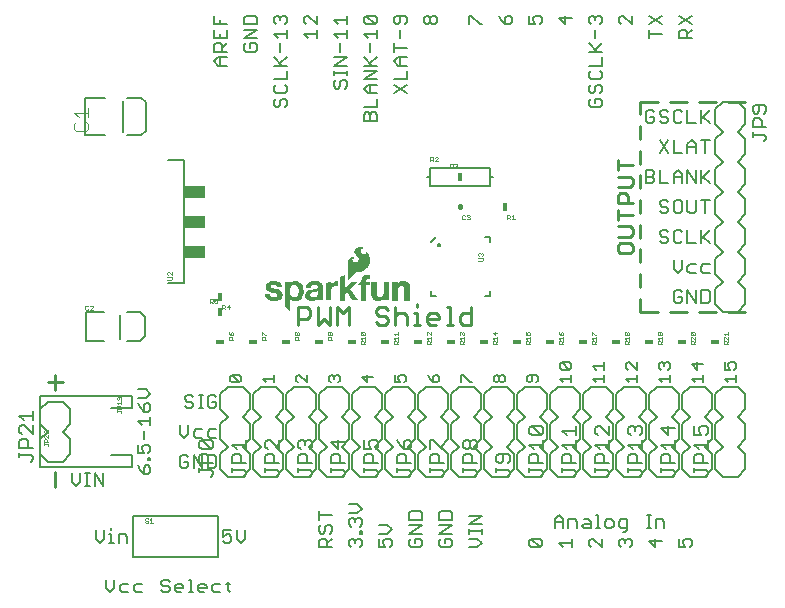
<source format=gbr>
G04 EAGLE Gerber RS-274X export*
G75*
%MOMM*%
%FSLAX34Y34*%
%LPD*%
%INSilkscreen Top*%
%IPPOS*%
%AMOC8*
5,1,8,0,0,1.08239X$1,22.5*%
G01*
%ADD10C,0.254000*%
%ADD11C,0.203200*%
%ADD12C,0.177800*%
%ADD13C,0.279400*%
%ADD14C,0.228600*%
%ADD15C,0.127000*%
%ADD16C,0.025400*%
%ADD17R,0.406400X0.711200*%
%ADD18R,1.900000X1.050000*%
%ADD19C,0.101600*%
%ADD20C,0.406400*%
%ADD21R,0.711200X0.406400*%

G36*
X260360Y267871D02*
X260360Y267871D01*
X260364Y267869D01*
X260434Y267905D01*
X260444Y267910D01*
X260445Y267911D01*
X265317Y273393D01*
X266171Y274175D01*
X267161Y274764D01*
X267512Y274891D01*
X267880Y274956D01*
X270155Y274956D01*
X270160Y274958D01*
X270166Y274956D01*
X271530Y275080D01*
X271540Y275086D01*
X271552Y275084D01*
X272871Y275452D01*
X272879Y275460D01*
X272892Y275461D01*
X274122Y276061D01*
X274129Y276068D01*
X274140Y276071D01*
X275297Y276888D01*
X275302Y276896D01*
X275311Y276899D01*
X276342Y277871D01*
X276345Y277879D01*
X276351Y277881D01*
X276352Y277883D01*
X276354Y277884D01*
X277239Y278991D01*
X277241Y279001D01*
X277250Y279008D01*
X278197Y280689D01*
X278198Y280700D01*
X278206Y280710D01*
X278834Y282534D01*
X278833Y282545D01*
X278840Y282556D01*
X279128Y284463D01*
X279125Y284474D01*
X279130Y284486D01*
X279128Y284538D01*
X279120Y284790D01*
X279116Y284916D01*
X279116Y284917D01*
X279108Y285169D01*
X279100Y285422D01*
X279096Y285548D01*
X279088Y285800D01*
X279077Y286179D01*
X279069Y286414D01*
X279065Y286423D01*
X279067Y286435D01*
X278860Y287474D01*
X278855Y287482D01*
X278855Y287493D01*
X278497Y288490D01*
X278491Y288497D01*
X278490Y288508D01*
X277988Y289442D01*
X277979Y289449D01*
X277976Y289461D01*
X277069Y290598D01*
X277058Y290604D01*
X277051Y290617D01*
X275925Y291538D01*
X275882Y291550D01*
X275841Y291566D01*
X275836Y291564D01*
X275830Y291565D01*
X275792Y291544D01*
X275752Y291525D01*
X275749Y291519D01*
X275745Y291517D01*
X275737Y291488D01*
X275719Y291440D01*
X275719Y290560D01*
X275703Y290440D01*
X275659Y290337D01*
X275385Y289997D01*
X275024Y289749D01*
X274850Y289684D01*
X274312Y289626D01*
X273782Y289724D01*
X273294Y289973D01*
X272392Y290624D01*
X271980Y290978D01*
X271629Y291388D01*
X271346Y291846D01*
X271140Y292340D01*
X271081Y292640D01*
X271093Y292943D01*
X271250Y293462D01*
X271536Y293922D01*
X271931Y294292D01*
X272412Y294547D01*
X272902Y294686D01*
X273413Y294743D01*
X274016Y294743D01*
X274017Y294743D01*
X274039Y294752D01*
X274107Y294781D01*
X274142Y294873D01*
X274138Y294882D01*
X274104Y294958D01*
X274102Y294961D01*
X274101Y294962D01*
X274100Y294963D01*
X274079Y294983D01*
X274072Y294986D01*
X274068Y294994D01*
X273633Y295332D01*
X273618Y295336D01*
X273606Y295348D01*
X273102Y295569D01*
X273101Y295569D01*
X272745Y295721D01*
X272517Y295822D01*
X272507Y295823D01*
X272497Y295829D01*
X271619Y296049D01*
X271610Y296048D01*
X271600Y296052D01*
X270700Y296138D01*
X270690Y296134D01*
X270678Y296138D01*
X269810Y296072D01*
X269799Y296066D01*
X269786Y296067D01*
X268946Y295836D01*
X268936Y295828D01*
X268923Y295827D01*
X268143Y295439D01*
X268136Y295431D01*
X268125Y295428D01*
X267348Y294868D01*
X267344Y294861D01*
X267335Y294857D01*
X266639Y294199D01*
X266634Y294188D01*
X266623Y294180D01*
X266192Y293577D01*
X266189Y293562D01*
X266177Y293549D01*
X265910Y292857D01*
X265910Y292841D01*
X265902Y292826D01*
X265815Y292089D01*
X265820Y292074D01*
X265816Y292057D01*
X265915Y291322D01*
X265923Y291309D01*
X265923Y291292D01*
X266203Y290604D01*
X266212Y290595D01*
X266215Y290581D01*
X267402Y288823D01*
X267410Y288818D01*
X267414Y288807D01*
X268867Y287266D01*
X269237Y286831D01*
X269477Y286328D01*
X269579Y285780D01*
X269536Y285224D01*
X269350Y284699D01*
X269035Y284239D01*
X268610Y283874D01*
X268067Y283581D01*
X267481Y283383D01*
X266871Y283286D01*
X266160Y283321D01*
X265482Y283528D01*
X264876Y283893D01*
X264563Y284221D01*
X264357Y284625D01*
X264264Y285041D01*
X264264Y285469D01*
X264357Y285884D01*
X264429Y286022D01*
X264547Y286136D01*
X265371Y286735D01*
X265504Y286806D01*
X265642Y286834D01*
X265800Y286818D01*
X265843Y286832D01*
X265888Y286843D01*
X265890Y286847D01*
X265894Y286848D01*
X265914Y286889D01*
X265937Y286928D01*
X265936Y286932D01*
X265938Y286936D01*
X265923Y286979D01*
X265910Y287023D01*
X265907Y287025D01*
X265906Y287029D01*
X265868Y287048D01*
X265832Y287069D01*
X265349Y287145D01*
X265344Y287144D01*
X265339Y287146D01*
X264399Y287219D01*
X264390Y287216D01*
X264379Y287219D01*
X263439Y287146D01*
X263429Y287141D01*
X263417Y287142D01*
X262718Y286958D01*
X262708Y286950D01*
X262694Y286949D01*
X262046Y286628D01*
X262038Y286619D01*
X262024Y286615D01*
X261454Y286170D01*
X261448Y286159D01*
X261436Y286153D01*
X260966Y285603D01*
X260962Y285591D01*
X260951Y285582D01*
X260550Y284850D01*
X260549Y284837D01*
X260540Y284826D01*
X260300Y284027D01*
X260301Y284014D01*
X260295Y284001D01*
X260225Y283170D01*
X260227Y283164D01*
X260225Y283159D01*
X260225Y267995D01*
X260227Y267990D01*
X260225Y267986D01*
X260246Y267946D01*
X260263Y267904D01*
X260268Y267903D01*
X260270Y267898D01*
X260313Y267885D01*
X260355Y267869D01*
X260360Y267871D01*
G37*
G36*
X211207Y241353D02*
X211207Y241353D01*
X211210Y241352D01*
X211252Y241373D01*
X211294Y241393D01*
X211295Y241395D01*
X211297Y241396D01*
X211304Y241418D01*
X211327Y241478D01*
X211327Y252582D01*
X211328Y252580D01*
X211848Y251864D01*
X211859Y251857D01*
X211866Y251844D01*
X212526Y251254D01*
X212538Y251250D01*
X212548Y251239D01*
X213317Y250802D01*
X213330Y250800D01*
X213342Y250791D01*
X214186Y250527D01*
X214197Y250528D01*
X214208Y250522D01*
X215425Y250367D01*
X215434Y250369D01*
X215443Y250366D01*
X216670Y250383D01*
X216678Y250386D01*
X216688Y250384D01*
X217900Y250573D01*
X217909Y250578D01*
X217920Y250578D01*
X218839Y250872D01*
X218847Y250879D01*
X218859Y250881D01*
X219715Y251327D01*
X219721Y251335D01*
X219733Y251338D01*
X220501Y251923D01*
X220506Y251932D01*
X220517Y251937D01*
X221174Y252644D01*
X221178Y252654D01*
X221188Y252661D01*
X221960Y253846D01*
X221962Y253856D01*
X221970Y253865D01*
X222526Y255165D01*
X222526Y255176D01*
X222533Y255186D01*
X222856Y256562D01*
X222854Y256573D01*
X222859Y256584D01*
X222977Y258799D01*
X222973Y258810D01*
X222976Y258822D01*
X222693Y261022D01*
X222688Y261032D01*
X222688Y261044D01*
X222014Y263157D01*
X222006Y263167D01*
X222004Y263180D01*
X221425Y264221D01*
X221414Y264229D01*
X221409Y264243D01*
X220617Y265133D01*
X220608Y265138D01*
X220601Y265148D01*
X219777Y265801D01*
X219769Y265803D01*
X219763Y265810D01*
X218861Y266351D01*
X218851Y266353D01*
X218842Y266361D01*
X217818Y266761D01*
X217805Y266761D01*
X217793Y266768D01*
X216708Y266951D01*
X216697Y266949D01*
X216685Y266953D01*
X214704Y266928D01*
X214693Y266923D01*
X214680Y266926D01*
X214198Y266824D01*
X214189Y266817D01*
X214177Y266817D01*
X212856Y266284D01*
X212849Y266277D01*
X212839Y266276D01*
X212445Y266043D01*
X212438Y266034D01*
X212426Y266029D01*
X212083Y265728D01*
X212080Y265722D01*
X212073Y265719D01*
X211184Y264754D01*
X211184Y264753D01*
X211183Y264752D01*
X211049Y264603D01*
X211073Y266520D01*
X211067Y266535D01*
X211070Y266549D01*
X211050Y266578D01*
X211036Y266612D01*
X211022Y266617D01*
X211013Y266630D01*
X210972Y266637D01*
X210945Y266648D01*
X210935Y266644D01*
X210924Y266646D01*
X207038Y265910D01*
X207004Y265888D01*
X206968Y265871D01*
X206964Y265861D01*
X206956Y265855D01*
X206950Y265826D01*
X206935Y265786D01*
X206935Y245212D01*
X206937Y245206D01*
X206935Y245199D01*
X206964Y245142D01*
X206973Y245121D01*
X206975Y245120D01*
X206976Y245118D01*
X211116Y241384D01*
X211161Y241369D01*
X211205Y241352D01*
X211207Y241353D01*
G37*
G36*
X230394Y250335D02*
X230394Y250335D01*
X230405Y250332D01*
X232023Y250573D01*
X232032Y250579D01*
X232045Y250578D01*
X233080Y250931D01*
X233089Y250938D01*
X233101Y250940D01*
X234052Y251480D01*
X234060Y251489D01*
X234072Y251494D01*
X234899Y252197D01*
X234923Y252213D01*
X234932Y252214D01*
X234940Y252212D01*
X234947Y252206D01*
X234956Y252183D01*
X235183Y251154D01*
X235185Y251151D01*
X235184Y251148D01*
X235260Y250868D01*
X235271Y250854D01*
X235275Y250835D01*
X235296Y250799D01*
X235320Y250782D01*
X235347Y250753D01*
X235384Y250734D01*
X235414Y250732D01*
X235452Y250721D01*
X235488Y250724D01*
X239522Y250724D01*
X239545Y250733D01*
X239570Y250733D01*
X239588Y250752D01*
X239613Y250762D01*
X239622Y250785D01*
X239639Y250803D01*
X239640Y250832D01*
X239648Y250854D01*
X239640Y250872D01*
X239640Y250894D01*
X239566Y251093D01*
X239217Y252388D01*
X239115Y253725D01*
X239140Y258063D01*
X239139Y258066D01*
X239140Y258068D01*
X239120Y258111D01*
X239107Y258144D01*
X239115Y258166D01*
X239115Y262992D01*
X239112Y262999D01*
X239114Y263008D01*
X239023Y263743D01*
X239016Y263756D01*
X239016Y263773D01*
X238749Y264464D01*
X238738Y264474D01*
X238734Y264491D01*
X238307Y265096D01*
X238294Y265104D01*
X238286Y265119D01*
X237724Y265602D01*
X237711Y265606D01*
X237701Y265617D01*
X236398Y266311D01*
X236386Y266312D01*
X236375Y266320D01*
X234961Y266745D01*
X234951Y266744D01*
X234942Y266749D01*
X233203Y266979D01*
X233195Y266977D01*
X233187Y266980D01*
X231433Y266988D01*
X231426Y266985D01*
X231417Y266988D01*
X229677Y266774D01*
X229669Y266770D01*
X229659Y266771D01*
X228430Y266437D01*
X228422Y266430D01*
X228411Y266430D01*
X227253Y265901D01*
X227245Y265892D01*
X227232Y265889D01*
X226415Y265315D01*
X226408Y265304D01*
X226395Y265298D01*
X225712Y264568D01*
X225709Y264559D01*
X225707Y264559D01*
X225705Y264554D01*
X225696Y264547D01*
X225177Y263694D01*
X225175Y263681D01*
X225165Y263670D01*
X224831Y262729D01*
X224832Y262716D01*
X224825Y262703D01*
X224703Y261812D01*
X224700Y261810D01*
X224699Y261810D01*
X224680Y261761D01*
X224664Y261718D01*
X224666Y261713D01*
X224699Y261635D01*
X224724Y261609D01*
X224764Y261591D01*
X224802Y261570D01*
X224808Y261572D01*
X224815Y261570D01*
X224855Y261587D01*
X224885Y261596D01*
X229032Y261596D01*
X229034Y261597D01*
X229036Y261596D01*
X229079Y261616D01*
X229123Y261634D01*
X229123Y261636D01*
X229125Y261637D01*
X229158Y261722D01*
X229158Y261765D01*
X229221Y262296D01*
X229405Y262791D01*
X229700Y263229D01*
X230090Y263585D01*
X230554Y263840D01*
X231115Y264005D01*
X231702Y264059D01*
X233057Y264009D01*
X233426Y263948D01*
X233772Y263820D01*
X234086Y263627D01*
X234339Y263393D01*
X234538Y263114D01*
X234677Y262800D01*
X234788Y262279D01*
X234788Y261748D01*
X234677Y261227D01*
X234635Y261130D01*
X234575Y261043D01*
X234291Y260782D01*
X233863Y260536D01*
X233394Y260371D01*
X232088Y260145D01*
X229882Y259917D01*
X229878Y259914D01*
X229873Y259915D01*
X228336Y259637D01*
X228328Y259633D01*
X228319Y259633D01*
X226834Y259149D01*
X226826Y259142D01*
X226814Y259141D01*
X226118Y258775D01*
X226110Y258765D01*
X226097Y258761D01*
X225487Y258263D01*
X225481Y258252D01*
X225471Y258246D01*
X225470Y258246D01*
X225469Y258245D01*
X224971Y257636D01*
X224967Y257623D01*
X224956Y257612D01*
X224527Y256750D01*
X224526Y256735D01*
X224517Y256721D01*
X224311Y255780D01*
X224313Y255767D01*
X224308Y255753D01*
X224305Y254692D01*
X224310Y254682D01*
X224307Y254669D01*
X224496Y253625D01*
X224502Y253616D01*
X224502Y253603D01*
X224875Y252610D01*
X224883Y252601D01*
X224885Y252589D01*
X225177Y252106D01*
X225186Y252099D01*
X225191Y252087D01*
X225568Y251667D01*
X225579Y251662D01*
X225586Y251651D01*
X226034Y251309D01*
X226047Y251305D01*
X226057Y251295D01*
X227326Y250689D01*
X227339Y250689D01*
X227352Y250680D01*
X228724Y250372D01*
X228736Y250374D01*
X228749Y250369D01*
X230384Y250331D01*
X230394Y250335D01*
G37*
G36*
X257761Y250598D02*
X257761Y250598D01*
X257763Y250597D01*
X257806Y250617D01*
X257850Y250635D01*
X257850Y250637D01*
X257852Y250638D01*
X257885Y250723D01*
X257885Y256131D01*
X259540Y257738D01*
X263773Y250760D01*
X263788Y250749D01*
X263796Y250732D01*
X263830Y250719D01*
X263853Y250702D01*
X263866Y250704D01*
X263880Y250699D01*
X268960Y250674D01*
X268996Y250689D01*
X269034Y250697D01*
X269040Y250707D01*
X269051Y250712D01*
X269066Y250748D01*
X269086Y250781D01*
X269083Y250793D01*
X269087Y250803D01*
X269075Y250831D01*
X269066Y250870D01*
X262469Y260765D01*
X268160Y266331D01*
X268161Y266332D01*
X268163Y266333D01*
X268180Y266378D01*
X268198Y266422D01*
X268198Y266423D01*
X268198Y266425D01*
X268178Y266468D01*
X268159Y266512D01*
X268158Y266513D01*
X268157Y266514D01*
X268072Y266547D01*
X263398Y266547D01*
X263395Y266546D01*
X263392Y266547D01*
X263309Y266510D01*
X257834Y261036D01*
X257834Y272466D01*
X257821Y272498D01*
X257816Y272532D01*
X257802Y272542D01*
X257796Y272557D01*
X257764Y272569D01*
X257735Y272589D01*
X257718Y272587D01*
X257704Y272592D01*
X257679Y272581D01*
X257645Y272576D01*
X253505Y270214D01*
X253493Y270197D01*
X253475Y270189D01*
X253462Y270157D01*
X253446Y270135D01*
X253448Y270120D01*
X253442Y270104D01*
X253442Y250774D01*
X253443Y250771D01*
X253442Y250768D01*
X253479Y250685D01*
X253530Y250634D01*
X253533Y250633D01*
X253534Y250630D01*
X253619Y250597D01*
X257759Y250597D01*
X257761Y250598D01*
G37*
G36*
X286688Y250323D02*
X286688Y250323D01*
X286695Y250326D01*
X286704Y250325D01*
X288182Y250548D01*
X288190Y250553D01*
X288200Y250552D01*
X288462Y250633D01*
X288470Y250639D01*
X288482Y250641D01*
X288727Y250763D01*
X288734Y250770D01*
X288744Y250773D01*
X289674Y251432D01*
X289679Y251440D01*
X289688Y251443D01*
X290515Y252228D01*
X290518Y252236D01*
X290527Y252241D01*
X291034Y252882D01*
X291034Y250825D01*
X291035Y250823D01*
X291034Y250821D01*
X291054Y250778D01*
X291072Y250734D01*
X291074Y250734D01*
X291075Y250732D01*
X291160Y250699D01*
X295173Y250699D01*
X295175Y250700D01*
X295177Y250699D01*
X295220Y250719D01*
X295264Y250737D01*
X295264Y250739D01*
X295266Y250740D01*
X295299Y250825D01*
X295299Y266446D01*
X295298Y266448D01*
X295299Y266450D01*
X295279Y266493D01*
X295261Y266537D01*
X295259Y266537D01*
X295258Y266539D01*
X295173Y266572D01*
X290957Y266572D01*
X290955Y266571D01*
X290953Y266572D01*
X290910Y266552D01*
X290866Y266534D01*
X290866Y266532D01*
X290864Y266531D01*
X290831Y266446D01*
X290831Y258144D01*
X290755Y256914D01*
X290530Y255710D01*
X290321Y255160D01*
X289994Y254675D01*
X289563Y254278D01*
X289053Y253990D01*
X288362Y253778D01*
X287641Y253711D01*
X286922Y253791D01*
X286233Y254014D01*
X285838Y254239D01*
X285497Y254540D01*
X285225Y254902D01*
X284882Y255670D01*
X284733Y256500D01*
X284733Y266497D01*
X284732Y266499D01*
X284733Y266501D01*
X284713Y266544D01*
X284695Y266588D01*
X284693Y266588D01*
X284692Y266590D01*
X284607Y266623D01*
X280467Y266623D01*
X280465Y266622D01*
X280463Y266623D01*
X280420Y266603D01*
X280376Y266585D01*
X280376Y266583D01*
X280374Y266582D01*
X280341Y266497D01*
X280341Y255702D01*
X280343Y255697D01*
X280341Y255690D01*
X280442Y254591D01*
X280447Y254582D01*
X280447Y254581D01*
X280448Y254579D01*
X280446Y254568D01*
X280746Y253505D01*
X280753Y253496D01*
X280754Y253483D01*
X281242Y252493D01*
X281251Y252485D01*
X281255Y252473D01*
X281915Y251588D01*
X281925Y251581D01*
X281932Y251569D01*
X282186Y251341D01*
X282194Y251338D01*
X282195Y251336D01*
X282200Y251334D01*
X282206Y251326D01*
X283108Y250800D01*
X283120Y250799D01*
X283130Y250790D01*
X284116Y250447D01*
X284128Y250448D01*
X284140Y250441D01*
X285173Y250294D01*
X285183Y250297D01*
X285194Y250293D01*
X286688Y250323D01*
G37*
G36*
X301881Y250624D02*
X301881Y250624D01*
X301883Y250623D01*
X301926Y250643D01*
X301970Y250661D01*
X301970Y250663D01*
X301972Y250664D01*
X302005Y250749D01*
X302005Y260115D01*
X302086Y260898D01*
X302302Y261648D01*
X302665Y262327D01*
X303182Y262896D01*
X303639Y263210D01*
X304155Y263414D01*
X304711Y263501D01*
X305816Y263551D01*
X306132Y263534D01*
X306432Y263457D01*
X306867Y263240D01*
X307241Y262931D01*
X307537Y262544D01*
X307847Y261902D01*
X308038Y261214D01*
X308103Y260496D01*
X308103Y250850D01*
X308104Y250848D01*
X308103Y250846D01*
X308123Y250803D01*
X308141Y250759D01*
X308143Y250759D01*
X308144Y250757D01*
X308229Y250724D01*
X312318Y250724D01*
X312320Y250725D01*
X312322Y250724D01*
X312365Y250744D01*
X312409Y250762D01*
X312409Y250764D01*
X312411Y250765D01*
X312444Y250850D01*
X312444Y261391D01*
X312442Y261396D01*
X312444Y261401D01*
X312354Y262530D01*
X312350Y262538D01*
X312351Y262547D01*
X312111Y263654D01*
X312106Y263662D01*
X312106Y263672D01*
X311837Y264377D01*
X311829Y264385D01*
X311827Y264397D01*
X311443Y265046D01*
X311434Y265052D01*
X311430Y265064D01*
X310941Y265639D01*
X310930Y265644D01*
X310923Y265656D01*
X310138Y266274D01*
X310125Y266277D01*
X310114Y266289D01*
X309209Y266711D01*
X309195Y266712D01*
X309181Y266720D01*
X308204Y266926D01*
X308193Y266923D01*
X308181Y266928D01*
X306175Y266978D01*
X306165Y266974D01*
X306154Y266977D01*
X305102Y266822D01*
X305091Y266815D01*
X305077Y266815D01*
X304080Y266446D01*
X304070Y266437D01*
X304056Y266434D01*
X303158Y265867D01*
X303151Y265858D01*
X303140Y265854D01*
X302679Y265438D01*
X302676Y265430D01*
X302668Y265426D01*
X302266Y264953D01*
X302264Y264948D01*
X302260Y264946D01*
X301983Y264568D01*
X301869Y264432D01*
X301827Y264403D01*
X301827Y266471D01*
X301826Y266473D01*
X301827Y266475D01*
X301807Y266518D01*
X301789Y266562D01*
X301787Y266562D01*
X301786Y266564D01*
X301701Y266597D01*
X297663Y266597D01*
X297661Y266596D01*
X297659Y266597D01*
X297616Y266577D01*
X297572Y266559D01*
X297572Y266557D01*
X297570Y266556D01*
X297537Y266471D01*
X297537Y250749D01*
X297538Y250747D01*
X297537Y250745D01*
X297557Y250702D01*
X297575Y250658D01*
X297577Y250658D01*
X297578Y250656D01*
X297663Y250623D01*
X301879Y250623D01*
X301881Y250624D01*
G37*
G36*
X199299Y250390D02*
X199299Y250390D01*
X199305Y250392D01*
X199312Y250391D01*
X200626Y250573D01*
X200634Y250577D01*
X200643Y250577D01*
X201643Y250859D01*
X201652Y250866D01*
X201664Y250867D01*
X202599Y251318D01*
X202606Y251326D01*
X202618Y251329D01*
X203462Y251935D01*
X203467Y251945D01*
X203478Y251950D01*
X204204Y252693D01*
X204208Y252703D01*
X204219Y252711D01*
X204598Y253275D01*
X204600Y253286D01*
X204609Y253296D01*
X204875Y253921D01*
X204875Y253933D01*
X204883Y253944D01*
X205025Y254608D01*
X205024Y254617D01*
X205028Y254626D01*
X205104Y255667D01*
X205101Y255676D01*
X205104Y255687D01*
X205010Y256742D01*
X205003Y256755D01*
X205003Y256771D01*
X204666Y257774D01*
X204657Y257785D01*
X204654Y257800D01*
X204402Y258212D01*
X204392Y258219D01*
X204386Y258233D01*
X204054Y258583D01*
X204043Y258587D01*
X204037Y258598D01*
X203345Y259106D01*
X203337Y259108D01*
X203330Y259116D01*
X202574Y259521D01*
X202565Y259522D01*
X202558Y259528D01*
X200902Y260138D01*
X200894Y260138D01*
X200886Y260143D01*
X199163Y260524D01*
X199162Y260524D01*
X199161Y260525D01*
X197138Y260929D01*
X196386Y261201D01*
X195711Y261617D01*
X195428Y261910D01*
X195244Y262271D01*
X195179Y262640D01*
X195227Y263012D01*
X195382Y263354D01*
X195615Y263622D01*
X195916Y263817D01*
X196340Y263974D01*
X196789Y264059D01*
X197638Y264103D01*
X198485Y264059D01*
X198981Y263961D01*
X199448Y263772D01*
X199871Y263501D01*
X200146Y263237D01*
X200364Y262924D01*
X200514Y262572D01*
X200569Y262329D01*
X200585Y262069D01*
X200606Y262027D01*
X200626Y261984D01*
X200628Y261983D01*
X200629Y261981D01*
X200648Y261975D01*
X200711Y261951D01*
X204597Y261951D01*
X204606Y261954D01*
X204614Y261952D01*
X204650Y261973D01*
X204688Y261989D01*
X204691Y261998D01*
X204699Y262003D01*
X204713Y262054D01*
X204723Y262081D01*
X204721Y262085D01*
X204722Y262088D01*
X204722Y262089D01*
X204723Y262090D01*
X204647Y262801D01*
X204641Y262811D01*
X204643Y262822D01*
X204638Y262828D01*
X204638Y262835D01*
X204646Y262848D01*
X204640Y262872D01*
X204643Y262881D01*
X204639Y262889D01*
X204640Y262908D01*
X204437Y263466D01*
X204433Y263470D01*
X204433Y263475D01*
X204077Y264263D01*
X204070Y264269D01*
X204068Y264280D01*
X203782Y264722D01*
X203774Y264727D01*
X203770Y264737D01*
X203422Y265133D01*
X203412Y265137D01*
X203405Y265148D01*
X202446Y265905D01*
X202433Y265909D01*
X202423Y265919D01*
X201326Y266457D01*
X201314Y266458D01*
X201303Y266466D01*
X199952Y266834D01*
X199942Y266833D01*
X199932Y266838D01*
X198539Y266978D01*
X198533Y266976D01*
X198526Y266978D01*
X196723Y266978D01*
X196717Y266976D01*
X196709Y266978D01*
X195280Y266823D01*
X195270Y266817D01*
X195257Y266818D01*
X193879Y266407D01*
X193870Y266400D01*
X193858Y266399D01*
X192577Y265745D01*
X192569Y265736D01*
X192557Y265733D01*
X192081Y265364D01*
X192075Y265353D01*
X192063Y265347D01*
X191669Y264892D01*
X191665Y264881D01*
X191654Y264872D01*
X191355Y264350D01*
X191354Y264337D01*
X191345Y264327D01*
X190987Y263243D01*
X190988Y263231D01*
X190982Y263218D01*
X190853Y262084D01*
X190856Y262072D01*
X190853Y262058D01*
X190958Y260922D01*
X190964Y260911D01*
X190963Y260897D01*
X191115Y260408D01*
X191123Y260398D01*
X191125Y260384D01*
X191374Y259937D01*
X191385Y259929D01*
X191389Y259915D01*
X191726Y259530D01*
X191736Y259525D01*
X191742Y259514D01*
X192419Y258977D01*
X192428Y258974D01*
X192435Y258966D01*
X193186Y258539D01*
X193195Y258538D01*
X193203Y258531D01*
X194011Y258225D01*
X194019Y258225D01*
X194027Y258220D01*
X197658Y257357D01*
X198832Y257051D01*
X199939Y256581D01*
X200275Y256350D01*
X200541Y256046D01*
X200721Y255684D01*
X200806Y255289D01*
X200789Y254885D01*
X200672Y254500D01*
X200464Y254155D01*
X200176Y253871D01*
X199663Y253559D01*
X199096Y253362D01*
X198493Y253288D01*
X197163Y253288D01*
X196601Y253361D01*
X196014Y253578D01*
X195487Y253915D01*
X195045Y254358D01*
X194790Y254772D01*
X194643Y255234D01*
X194614Y255731D01*
X194614Y255778D01*
X194613Y255780D01*
X194614Y255782D01*
X194594Y255825D01*
X194576Y255869D01*
X194574Y255869D01*
X194573Y255871D01*
X194488Y255904D01*
X190627Y255904D01*
X190621Y255902D01*
X190614Y255904D01*
X190602Y255897D01*
X190588Y255898D01*
X190586Y255897D01*
X190585Y255897D01*
X190563Y255877D01*
X190536Y255866D01*
X190534Y255859D01*
X190528Y255856D01*
X190523Y255842D01*
X190513Y255833D01*
X190513Y255832D01*
X190512Y255830D01*
X190511Y255803D01*
X190509Y255796D01*
X190501Y255774D01*
X190502Y255772D01*
X190501Y255769D01*
X190526Y255413D01*
X190529Y255407D01*
X190528Y255400D01*
X190630Y254816D01*
X190635Y254808D01*
X190634Y254797D01*
X191066Y253527D01*
X191073Y253520D01*
X191074Y253510D01*
X191383Y252914D01*
X191393Y252907D01*
X191397Y252894D01*
X191817Y252370D01*
X191828Y252365D01*
X191834Y252353D01*
X192349Y251922D01*
X192357Y251920D01*
X192362Y251913D01*
X193556Y251151D01*
X193564Y251149D01*
X193571Y251142D01*
X194428Y250745D01*
X194441Y250744D01*
X194453Y250736D01*
X195374Y250524D01*
X195383Y250526D01*
X195393Y250521D01*
X197959Y250343D01*
X197966Y250345D01*
X197972Y250343D01*
X199299Y250390D01*
G37*
G36*
X275998Y250624D02*
X275998Y250624D01*
X276000Y250623D01*
X276043Y250643D01*
X276087Y250661D01*
X276087Y250663D01*
X276089Y250664D01*
X276122Y250749D01*
X276122Y263653D01*
X278994Y263653D01*
X278996Y263654D01*
X278998Y263653D01*
X279041Y263673D01*
X279085Y263691D01*
X279085Y263693D01*
X279087Y263694D01*
X279120Y263779D01*
X279120Y266446D01*
X279119Y266448D01*
X279120Y266450D01*
X279100Y266493D01*
X279082Y266537D01*
X279080Y266537D01*
X279079Y266539D01*
X278994Y266572D01*
X276148Y266572D01*
X276148Y267834D01*
X276211Y268296D01*
X276386Y268719D01*
X276568Y268951D01*
X276808Y269121D01*
X277090Y269218D01*
X277990Y269301D01*
X278905Y269216D01*
X279185Y269190D01*
X279191Y269192D01*
X279197Y269190D01*
X279273Y269190D01*
X279275Y269191D01*
X279277Y269190D01*
X279320Y269210D01*
X279364Y269228D01*
X279364Y269230D01*
X279366Y269231D01*
X279399Y269316D01*
X279399Y272339D01*
X279399Y272340D01*
X279399Y272342D01*
X279399Y272343D01*
X279379Y272386D01*
X279361Y272430D01*
X279359Y272430D01*
X279358Y272432D01*
X279273Y272465D01*
X279251Y272465D01*
X277934Y272541D01*
X277931Y272540D01*
X277927Y272541D01*
X276377Y272541D01*
X276367Y272537D01*
X276356Y272539D01*
X275343Y272365D01*
X275333Y272358D01*
X275319Y272358D01*
X274361Y271989D01*
X274352Y271981D01*
X274339Y271978D01*
X273471Y271428D01*
X273465Y271418D01*
X273458Y271416D01*
X273458Y271415D01*
X273452Y271413D01*
X272709Y270703D01*
X272704Y270693D01*
X272693Y270685D01*
X272353Y270208D01*
X272351Y270197D01*
X272342Y270188D01*
X272093Y269657D01*
X272093Y269646D01*
X272085Y269636D01*
X271937Y269069D01*
X271938Y269058D01*
X271933Y269047D01*
X271756Y266913D01*
X271758Y266909D01*
X271756Y266905D01*
X271756Y266903D01*
X271756Y266572D01*
X270510Y266572D01*
X270507Y266571D01*
X270504Y266572D01*
X270421Y266535D01*
X267754Y263868D01*
X267753Y263868D01*
X267753Y263867D01*
X267735Y263822D01*
X267717Y263777D01*
X267717Y263776D01*
X267737Y263731D01*
X267757Y263687D01*
X267758Y263686D01*
X267842Y263653D01*
X271705Y263629D01*
X271705Y250749D01*
X271706Y250747D01*
X271705Y250745D01*
X271725Y250702D01*
X271743Y250658D01*
X271745Y250658D01*
X271746Y250656D01*
X271831Y250623D01*
X275996Y250623D01*
X275998Y250624D01*
G37*
G36*
X245874Y250725D02*
X245874Y250725D01*
X245876Y250724D01*
X245919Y250744D01*
X245963Y250762D01*
X245963Y250764D01*
X245965Y250765D01*
X245998Y250850D01*
X245998Y258669D01*
X246071Y259515D01*
X246271Y260334D01*
X246632Y261127D01*
X247157Y261819D01*
X247824Y262379D01*
X248303Y262643D01*
X248821Y262824D01*
X249363Y262916D01*
X250888Y262916D01*
X251485Y262791D01*
X251488Y262792D01*
X251491Y262790D01*
X251643Y262765D01*
X251652Y262768D01*
X251663Y262764D01*
X251689Y262764D01*
X251691Y262765D01*
X251693Y262764D01*
X251736Y262784D01*
X251780Y262802D01*
X251780Y262804D01*
X251782Y262805D01*
X251815Y262890D01*
X251815Y266751D01*
X251797Y266795D01*
X251779Y266840D01*
X251777Y266840D01*
X251777Y266842D01*
X251760Y266848D01*
X251696Y266877D01*
X250324Y266953D01*
X250314Y266949D01*
X250302Y266952D01*
X249601Y266868D01*
X249591Y266862D01*
X249577Y266863D01*
X248907Y266640D01*
X248898Y266631D01*
X248884Y266629D01*
X248273Y266276D01*
X248271Y266273D01*
X248267Y266272D01*
X247378Y265687D01*
X247375Y265684D01*
X247370Y265682D01*
X246976Y265380D01*
X246969Y265368D01*
X246955Y265360D01*
X246639Y264977D01*
X246637Y264971D01*
X246631Y264966D01*
X245945Y263924D01*
X245766Y263656D01*
X245719Y263641D01*
X245719Y266421D01*
X245714Y266434D01*
X245717Y266447D01*
X245695Y266477D01*
X245681Y266512D01*
X245668Y266517D01*
X245660Y266528D01*
X245617Y266536D01*
X245589Y266547D01*
X245581Y266543D01*
X245571Y266545D01*
X241710Y265859D01*
X241676Y265837D01*
X241639Y265820D01*
X241635Y265811D01*
X241627Y265806D01*
X241622Y265776D01*
X241606Y265735D01*
X241580Y250850D01*
X241581Y250848D01*
X241580Y250846D01*
X241600Y250803D01*
X241618Y250759D01*
X241620Y250759D01*
X241621Y250757D01*
X241706Y250724D01*
X245872Y250724D01*
X245874Y250725D01*
G37*
%LPC*%
G36*
X214365Y253618D02*
X214365Y253618D01*
X213643Y253770D01*
X212965Y254060D01*
X212456Y254423D01*
X212044Y254892D01*
X211745Y255456D01*
X211739Y255460D01*
X211738Y255467D01*
X211687Y255543D01*
X211686Y255544D01*
X211686Y255545D01*
X211644Y255605D01*
X211632Y255664D01*
X211632Y255702D01*
X211632Y255703D01*
X211632Y255704D01*
X211613Y255748D01*
X211594Y255793D01*
X211593Y255793D01*
X211592Y255794D01*
X211547Y255811D01*
X211525Y255819D01*
X211525Y255824D01*
X211534Y255859D01*
X211529Y255896D01*
X211523Y255907D01*
X211524Y255920D01*
X211299Y256595D01*
X211175Y257364D01*
X211149Y259910D01*
X211259Y260725D01*
X211526Y261499D01*
X211939Y262206D01*
X212537Y262886D01*
X213249Y263442D01*
X213587Y263604D01*
X213959Y263678D01*
X215034Y263729D01*
X215601Y263683D01*
X216143Y263527D01*
X216643Y263267D01*
X217402Y262637D01*
X217999Y261851D01*
X218402Y260952D01*
X218593Y259982D01*
X218596Y258011D01*
X218292Y256064D01*
X218003Y255303D01*
X217531Y254645D01*
X216905Y254129D01*
X216166Y253791D01*
X215275Y253612D01*
X214365Y253618D01*
G37*
%LPD*%
%LPC*%
G36*
X230291Y253313D02*
X230291Y253313D01*
X229830Y253410D01*
X229409Y253613D01*
X229047Y253910D01*
X228856Y254160D01*
X228721Y254445D01*
X228650Y254753D01*
X228645Y255006D01*
X228643Y255132D01*
X228641Y255258D01*
X228641Y255259D01*
X228639Y255338D01*
X228746Y255913D01*
X228966Y256455D01*
X229170Y256753D01*
X229438Y256997D01*
X229912Y257281D01*
X230430Y257478D01*
X230980Y257583D01*
X232423Y257735D01*
X232427Y257737D01*
X232431Y257737D01*
X233423Y257906D01*
X233429Y257910D01*
X233438Y257909D01*
X234402Y258197D01*
X234411Y258204D01*
X234424Y258206D01*
X234631Y258313D01*
X234641Y258325D01*
X234657Y258331D01*
X234799Y258458D01*
X234799Y258166D01*
X234800Y258164D01*
X234799Y258162D01*
X234819Y258119D01*
X234819Y258117D01*
X234799Y258064D01*
X234799Y257230D01*
X234729Y256141D01*
X234522Y255071D01*
X234475Y254906D01*
X234368Y254657D01*
X234218Y254438D01*
X233474Y253719D01*
X233183Y253534D01*
X232861Y253412D01*
X231819Y253263D01*
X230291Y253313D01*
G37*
%LPD*%
D10*
X12700Y187960D02*
X12700Y175260D01*
X6350Y181610D02*
X19050Y181610D01*
X12700Y105410D02*
X12700Y92710D01*
X582175Y241300D02*
X596900Y241300D01*
X572175Y241300D02*
X557450Y241300D01*
X547450Y241300D02*
X532725Y241300D01*
X522725Y241300D02*
X508000Y241300D01*
X508000Y252167D01*
X508000Y262167D02*
X508000Y273033D01*
X508000Y283033D02*
X508000Y293900D01*
X508000Y303900D02*
X508000Y314767D01*
X508000Y324767D02*
X508000Y335633D01*
X508000Y345633D02*
X508000Y356500D01*
X508000Y366500D02*
X508000Y377367D01*
X508000Y387367D02*
X508000Y398233D01*
X508000Y408233D02*
X508000Y419100D01*
X522725Y419100D01*
X532725Y419100D02*
X547450Y419100D01*
X557450Y419100D02*
X572175Y419100D01*
X582175Y419100D02*
X596900Y419100D01*
D11*
X125452Y117864D02*
X123673Y119643D01*
X120114Y119643D01*
X118334Y117864D01*
X118334Y110746D01*
X120114Y108966D01*
X123673Y108966D01*
X125452Y110746D01*
X125452Y114305D01*
X121893Y114305D01*
X130028Y119643D02*
X130028Y108966D01*
X137146Y108966D02*
X130028Y119643D01*
X137146Y119643D02*
X137146Y108966D01*
X141722Y108966D02*
X141722Y119643D01*
X141722Y108966D02*
X147061Y108966D01*
X148840Y110746D01*
X148840Y117864D01*
X147061Y119643D01*
X141722Y119643D01*
X118334Y137925D02*
X118334Y145043D01*
X118334Y137925D02*
X121893Y134366D01*
X125452Y137925D01*
X125452Y145043D01*
X131808Y141484D02*
X137146Y141484D01*
X131808Y141484D02*
X130028Y139705D01*
X130028Y136146D01*
X131808Y134366D01*
X137146Y134366D01*
X143501Y141484D02*
X148840Y141484D01*
X143501Y141484D02*
X141722Y139705D01*
X141722Y136146D01*
X143501Y134366D01*
X148840Y134366D01*
X129350Y168664D02*
X127571Y170443D01*
X124012Y170443D01*
X122232Y168664D01*
X122232Y166884D01*
X124012Y165105D01*
X127571Y165105D01*
X129350Y163325D01*
X129350Y161546D01*
X127571Y159766D01*
X124012Y159766D01*
X122232Y161546D01*
X133926Y159766D02*
X137485Y159766D01*
X135706Y159766D02*
X135706Y170443D01*
X137485Y170443D02*
X133926Y170443D01*
X147061Y170443D02*
X148840Y168664D01*
X147061Y170443D02*
X143501Y170443D01*
X141722Y168664D01*
X141722Y161546D01*
X143501Y159766D01*
X147061Y159766D01*
X148840Y161546D01*
X148840Y165105D01*
X145281Y165105D01*
D12*
X161876Y181229D02*
X168316Y181229D01*
X161876Y181229D02*
X160266Y182839D01*
X160266Y186059D01*
X161876Y187669D01*
X168316Y187669D01*
X169926Y186059D01*
X169926Y182839D01*
X168316Y181229D01*
X161876Y187669D01*
X188206Y184449D02*
X191426Y181229D01*
X188206Y184449D02*
X197866Y184449D01*
X197866Y181229D02*
X197866Y187669D01*
X225806Y187669D02*
X225806Y181229D01*
X219366Y187669D01*
X217756Y187669D01*
X216146Y186059D01*
X216146Y182839D01*
X217756Y181229D01*
X244086Y182839D02*
X245696Y181229D01*
X244086Y182839D02*
X244086Y186059D01*
X245696Y187669D01*
X247306Y187669D01*
X248916Y186059D01*
X248916Y184449D01*
X248916Y186059D02*
X250526Y187669D01*
X252136Y187669D01*
X253746Y186059D01*
X253746Y182839D01*
X252136Y181229D01*
X272026Y186059D02*
X281686Y186059D01*
X276856Y181229D02*
X272026Y186059D01*
X276856Y187669D02*
X276856Y181229D01*
X299966Y181229D02*
X299966Y187669D01*
X299966Y181229D02*
X304796Y181229D01*
X303186Y184449D01*
X303186Y186059D01*
X304796Y187669D01*
X308016Y187669D01*
X309626Y186059D01*
X309626Y182839D01*
X308016Y181229D01*
X327906Y187669D02*
X329516Y184449D01*
X332736Y181229D01*
X335956Y181229D01*
X337566Y182839D01*
X337566Y186059D01*
X335956Y187669D01*
X334346Y187669D01*
X332736Y186059D01*
X332736Y181229D01*
X355846Y181229D02*
X355846Y187669D01*
X357456Y187669D01*
X363896Y181229D01*
X365506Y181229D01*
X383786Y182839D02*
X385396Y181229D01*
X383786Y182839D02*
X383786Y186059D01*
X385396Y187669D01*
X387006Y187669D01*
X388616Y186059D01*
X390226Y187669D01*
X391836Y187669D01*
X393446Y186059D01*
X393446Y182839D01*
X391836Y181229D01*
X390226Y181229D01*
X388616Y182839D01*
X387006Y181229D01*
X385396Y181229D01*
X388616Y182839D02*
X388616Y186059D01*
X419776Y181229D02*
X421386Y182839D01*
X421386Y186059D01*
X419776Y187669D01*
X413336Y187669D01*
X411726Y186059D01*
X411726Y182839D01*
X413336Y181229D01*
X414946Y181229D01*
X416556Y182839D01*
X416556Y187669D01*
X439666Y184449D02*
X442886Y181229D01*
X439666Y184449D02*
X449326Y184449D01*
X449326Y181229D02*
X449326Y187669D01*
X447716Y191754D02*
X441276Y191754D01*
X439666Y193364D01*
X439666Y196584D01*
X441276Y198194D01*
X447716Y198194D01*
X449326Y196584D01*
X449326Y193364D01*
X447716Y191754D01*
X441276Y198194D01*
X467606Y184449D02*
X470826Y181229D01*
X467606Y184449D02*
X477266Y184449D01*
X477266Y181229D02*
X477266Y187669D01*
X470826Y191754D02*
X467606Y194974D01*
X477266Y194974D01*
X477266Y191754D02*
X477266Y198194D01*
X495546Y184449D02*
X498766Y181229D01*
X495546Y184449D02*
X505206Y184449D01*
X505206Y181229D02*
X505206Y187669D01*
X505206Y191754D02*
X505206Y198194D01*
X505206Y191754D02*
X498766Y198194D01*
X497156Y198194D01*
X495546Y196584D01*
X495546Y193364D01*
X497156Y191754D01*
X523486Y184449D02*
X526706Y181229D01*
X523486Y184449D02*
X533146Y184449D01*
X533146Y181229D02*
X533146Y187669D01*
X525096Y191754D02*
X523486Y193364D01*
X523486Y196584D01*
X525096Y198194D01*
X526706Y198194D01*
X528316Y196584D01*
X528316Y194974D01*
X528316Y196584D02*
X529926Y198194D01*
X531536Y198194D01*
X533146Y196584D01*
X533146Y193364D01*
X531536Y191754D01*
X551426Y184449D02*
X554646Y181229D01*
X551426Y184449D02*
X561086Y184449D01*
X561086Y181229D02*
X561086Y187669D01*
X561086Y196584D02*
X551426Y196584D01*
X556256Y191754D01*
X556256Y198194D01*
X579366Y184449D02*
X582586Y181229D01*
X579366Y184449D02*
X589026Y184449D01*
X589026Y181229D02*
X589026Y187669D01*
X579366Y191754D02*
X579366Y198194D01*
X579366Y191754D02*
X584196Y191754D01*
X582586Y194974D01*
X582586Y196584D01*
X584196Y198194D01*
X587416Y198194D01*
X589026Y196584D01*
X589026Y193364D01*
X587416Y191754D01*
D11*
X55626Y14233D02*
X55626Y7115D01*
X59185Y3556D01*
X62744Y7115D01*
X62744Y14233D01*
X69099Y10674D02*
X74438Y10674D01*
X69099Y10674D02*
X67320Y8895D01*
X67320Y5336D01*
X69099Y3556D01*
X74438Y3556D01*
X80793Y10674D02*
X86132Y10674D01*
X80793Y10674D02*
X79014Y8895D01*
X79014Y5336D01*
X80793Y3556D01*
X86132Y3556D01*
X107740Y14233D02*
X109520Y12454D01*
X107740Y14233D02*
X104181Y14233D01*
X102402Y12454D01*
X102402Y10674D01*
X104181Y8895D01*
X107740Y8895D01*
X109520Y7115D01*
X109520Y5336D01*
X107740Y3556D01*
X104181Y3556D01*
X102402Y5336D01*
X115875Y3556D02*
X119434Y3556D01*
X115875Y3556D02*
X114096Y5336D01*
X114096Y8895D01*
X115875Y10674D01*
X119434Y10674D01*
X121214Y8895D01*
X121214Y7115D01*
X114096Y7115D01*
X125790Y14233D02*
X127569Y14233D01*
X127569Y3556D01*
X125790Y3556D02*
X129349Y3556D01*
X135365Y3556D02*
X138924Y3556D01*
X135365Y3556D02*
X133586Y5336D01*
X133586Y8895D01*
X135365Y10674D01*
X138924Y10674D01*
X140704Y8895D01*
X140704Y7115D01*
X133586Y7115D01*
X147059Y10674D02*
X152398Y10674D01*
X147059Y10674D02*
X145280Y8895D01*
X145280Y5336D01*
X147059Y3556D01*
X152398Y3556D01*
X158753Y5336D02*
X158753Y12454D01*
X158753Y5336D02*
X160533Y3556D01*
X160533Y10674D02*
X156974Y10674D01*
X154686Y56143D02*
X161804Y56143D01*
X154686Y56143D02*
X154686Y50805D01*
X158245Y52584D01*
X160025Y52584D01*
X161804Y50805D01*
X161804Y47246D01*
X160025Y45466D01*
X156466Y45466D01*
X154686Y47246D01*
X166380Y49025D02*
X166380Y56143D01*
X166380Y49025D02*
X169939Y45466D01*
X173498Y49025D01*
X173498Y56143D01*
X46736Y56143D02*
X46736Y49025D01*
X50295Y45466D01*
X53854Y49025D01*
X53854Y56143D01*
X58430Y52584D02*
X60209Y52584D01*
X60209Y45466D01*
X58430Y45466D02*
X61989Y45466D01*
X60209Y56143D02*
X60209Y57923D01*
X66226Y52584D02*
X66226Y45466D01*
X66226Y52584D02*
X71565Y52584D01*
X73344Y50805D01*
X73344Y45466D01*
X84066Y107445D02*
X82287Y111004D01*
X84066Y107445D02*
X87625Y103886D01*
X91185Y103886D01*
X92964Y105666D01*
X92964Y109225D01*
X91185Y111004D01*
X89405Y111004D01*
X87625Y109225D01*
X87625Y103886D01*
X91185Y115580D02*
X92964Y115580D01*
X91185Y115580D02*
X91185Y117359D01*
X92964Y117359D01*
X92964Y115580D01*
X82287Y121427D02*
X82287Y128545D01*
X82287Y121427D02*
X87625Y121427D01*
X85846Y124986D01*
X85846Y126766D01*
X87625Y128545D01*
X91185Y128545D01*
X92964Y126766D01*
X92964Y123206D01*
X91185Y121427D01*
X87625Y133121D02*
X87625Y140239D01*
X85846Y144815D02*
X82287Y148374D01*
X92964Y148374D01*
X92964Y144815D02*
X92964Y151933D01*
X84066Y160068D02*
X82287Y163627D01*
X84066Y160068D02*
X87625Y156509D01*
X91185Y156509D01*
X92964Y158288D01*
X92964Y161847D01*
X91185Y163627D01*
X89405Y163627D01*
X87625Y161847D01*
X87625Y156509D01*
X89405Y168203D02*
X82287Y168203D01*
X89405Y168203D02*
X92964Y171762D01*
X89405Y175321D01*
X82287Y175321D01*
X541503Y259343D02*
X543282Y257564D01*
X541503Y259343D02*
X537944Y259343D01*
X536164Y257564D01*
X536164Y250446D01*
X537944Y248666D01*
X541503Y248666D01*
X543282Y250446D01*
X543282Y254005D01*
X539723Y254005D01*
X547858Y259343D02*
X547858Y248666D01*
X554976Y248666D02*
X547858Y259343D01*
X554976Y259343D02*
X554976Y248666D01*
X559552Y248666D02*
X559552Y259343D01*
X559552Y248666D02*
X564891Y248666D01*
X566670Y250446D01*
X566670Y257564D01*
X564891Y259343D01*
X559552Y259343D01*
X536164Y277625D02*
X536164Y284743D01*
X536164Y277625D02*
X539723Y274066D01*
X543282Y277625D01*
X543282Y284743D01*
X549638Y281184D02*
X554976Y281184D01*
X549638Y281184D02*
X547858Y279405D01*
X547858Y275846D01*
X549638Y274066D01*
X554976Y274066D01*
X561331Y281184D02*
X566670Y281184D01*
X561331Y281184D02*
X559552Y279405D01*
X559552Y275846D01*
X561331Y274066D01*
X566670Y274066D01*
X531588Y308364D02*
X529809Y310143D01*
X526250Y310143D01*
X524470Y308364D01*
X524470Y306584D01*
X526250Y304805D01*
X529809Y304805D01*
X531588Y303025D01*
X531588Y301246D01*
X529809Y299466D01*
X526250Y299466D01*
X524470Y301246D01*
X541503Y310143D02*
X543282Y308364D01*
X541503Y310143D02*
X537944Y310143D01*
X536164Y308364D01*
X536164Y301246D01*
X537944Y299466D01*
X541503Y299466D01*
X543282Y301246D01*
X547858Y299466D02*
X547858Y310143D01*
X547858Y299466D02*
X554976Y299466D01*
X559552Y299466D02*
X559552Y310143D01*
X559552Y303025D02*
X566670Y310143D01*
X561331Y304805D02*
X566670Y299466D01*
X531588Y333764D02*
X529809Y335543D01*
X526250Y335543D01*
X524470Y333764D01*
X524470Y331984D01*
X526250Y330205D01*
X529809Y330205D01*
X531588Y328425D01*
X531588Y326646D01*
X529809Y324866D01*
X526250Y324866D01*
X524470Y326646D01*
X537944Y335543D02*
X541503Y335543D01*
X537944Y335543D02*
X536164Y333764D01*
X536164Y326646D01*
X537944Y324866D01*
X541503Y324866D01*
X543282Y326646D01*
X543282Y333764D01*
X541503Y335543D01*
X547858Y335543D02*
X547858Y326646D01*
X549637Y324866D01*
X553197Y324866D01*
X554976Y326646D01*
X554976Y335543D01*
X563111Y335543D02*
X563111Y324866D01*
X559552Y335543D02*
X566670Y335543D01*
X512776Y350266D02*
X512776Y360943D01*
X518115Y360943D01*
X519894Y359164D01*
X519894Y357384D01*
X518115Y355605D01*
X519894Y353825D01*
X519894Y352046D01*
X518115Y350266D01*
X512776Y350266D01*
X512776Y355605D02*
X518115Y355605D01*
X524470Y360943D02*
X524470Y350266D01*
X531588Y350266D01*
X536164Y350266D02*
X536164Y357384D01*
X539723Y360943D01*
X543282Y357384D01*
X543282Y350266D01*
X543282Y355605D02*
X536164Y355605D01*
X547858Y360943D02*
X547858Y350266D01*
X554976Y350266D02*
X547858Y360943D01*
X554976Y360943D02*
X554976Y350266D01*
X559552Y350266D02*
X559552Y360943D01*
X559552Y353825D02*
X566670Y360943D01*
X561331Y355605D02*
X566670Y350266D01*
X531588Y375666D02*
X524470Y386343D01*
X531588Y386343D02*
X524470Y375666D01*
X536164Y375666D02*
X536164Y386343D01*
X536164Y375666D02*
X543282Y375666D01*
X547858Y375666D02*
X547858Y382784D01*
X551417Y386343D01*
X554976Y382784D01*
X554976Y375666D01*
X554976Y381005D02*
X547858Y381005D01*
X563111Y375666D02*
X563111Y386343D01*
X559552Y386343D02*
X566670Y386343D01*
X519894Y409964D02*
X518115Y411743D01*
X514556Y411743D01*
X512776Y409964D01*
X512776Y402846D01*
X514556Y401066D01*
X518115Y401066D01*
X519894Y402846D01*
X519894Y406405D01*
X516335Y406405D01*
X529809Y411743D02*
X531588Y409964D01*
X529809Y411743D02*
X526250Y411743D01*
X524470Y409964D01*
X524470Y408184D01*
X526250Y406405D01*
X529809Y406405D01*
X531588Y404625D01*
X531588Y402846D01*
X529809Y401066D01*
X526250Y401066D01*
X524470Y402846D01*
X541503Y411743D02*
X543282Y409964D01*
X541503Y411743D02*
X537943Y411743D01*
X536164Y409964D01*
X536164Y402846D01*
X537943Y401066D01*
X541503Y401066D01*
X543282Y402846D01*
X547858Y401066D02*
X547858Y411743D01*
X547858Y401066D02*
X554976Y401066D01*
X559552Y401066D02*
X559552Y411743D01*
X559552Y404625D02*
X566670Y411743D01*
X561331Y406405D02*
X566670Y401066D01*
D13*
X218567Y244996D02*
X218567Y229997D01*
X218567Y244996D02*
X226066Y244996D01*
X228566Y242496D01*
X228566Y237496D01*
X226066Y234997D01*
X218567Y234997D01*
X234939Y229997D02*
X234939Y244996D01*
X239938Y234997D02*
X234939Y229997D01*
X239938Y234997D02*
X244938Y229997D01*
X244938Y244996D01*
X251310Y244996D02*
X251310Y229997D01*
X256310Y239996D02*
X251310Y244996D01*
X256310Y239996D02*
X261309Y244996D01*
X261309Y229997D01*
X291553Y244996D02*
X294052Y242496D01*
X291553Y244996D02*
X286553Y244996D01*
X284053Y242496D01*
X284053Y239996D01*
X286553Y237496D01*
X291553Y237496D01*
X294052Y234997D01*
X294052Y232497D01*
X291553Y229997D01*
X286553Y229997D01*
X284053Y232497D01*
X300425Y229997D02*
X300425Y244996D01*
X302925Y239996D02*
X300425Y237496D01*
X302925Y239996D02*
X307924Y239996D01*
X310424Y237496D01*
X310424Y229997D01*
X316796Y239996D02*
X319296Y239996D01*
X319296Y229997D01*
X316796Y229997D02*
X321796Y229997D01*
X319296Y244996D02*
X319296Y247496D01*
X330211Y229997D02*
X335210Y229997D01*
X330211Y229997D02*
X327711Y232497D01*
X327711Y237496D01*
X330211Y239996D01*
X335210Y239996D01*
X337710Y237496D01*
X337710Y234997D01*
X327711Y234997D01*
X344082Y244996D02*
X346582Y244996D01*
X346582Y229997D01*
X344082Y229997D02*
X349082Y229997D01*
X364996Y229997D02*
X364996Y244996D01*
X364996Y229997D02*
X357496Y229997D01*
X354997Y232497D01*
X354997Y237496D01*
X357496Y239996D01*
X364996Y239996D01*
D14*
X488812Y292864D02*
X488812Y297186D01*
X488812Y292864D02*
X490973Y290703D01*
X499616Y290703D01*
X501777Y292864D01*
X501777Y297186D01*
X499616Y299346D01*
X490973Y299346D01*
X488812Y297186D01*
X488812Y304736D02*
X499616Y304736D01*
X501777Y306897D01*
X501777Y311218D01*
X499616Y313379D01*
X488812Y313379D01*
X488812Y323090D02*
X501777Y323090D01*
X488812Y318769D02*
X488812Y327412D01*
X488812Y332801D02*
X501777Y332801D01*
X488812Y332801D02*
X488812Y339284D01*
X490973Y341445D01*
X495294Y341445D01*
X497455Y339284D01*
X497455Y332801D01*
X499616Y346834D02*
X488812Y346834D01*
X499616Y346834D02*
X501777Y348995D01*
X501777Y353317D01*
X499616Y355478D01*
X488812Y355478D01*
X488812Y365189D02*
X501777Y365189D01*
X488812Y360867D02*
X488812Y369510D01*
D11*
X157734Y449540D02*
X150616Y449540D01*
X147057Y453099D01*
X150616Y456658D01*
X157734Y456658D01*
X152395Y456658D02*
X152395Y449540D01*
X147057Y461234D02*
X157734Y461234D01*
X147057Y461234D02*
X147057Y466573D01*
X148836Y468352D01*
X152395Y468352D01*
X154175Y466573D01*
X154175Y461234D01*
X154175Y464793D02*
X157734Y468352D01*
X147057Y472928D02*
X147057Y480046D01*
X147057Y472928D02*
X157734Y472928D01*
X157734Y480046D01*
X152395Y476487D02*
X152395Y472928D01*
X147057Y484622D02*
X157734Y484622D01*
X147057Y484622D02*
X147057Y491740D01*
X152395Y488181D02*
X152395Y484622D01*
X172457Y466573D02*
X174236Y468352D01*
X172457Y466573D02*
X172457Y463014D01*
X174236Y461234D01*
X181355Y461234D01*
X183134Y463014D01*
X183134Y466573D01*
X181355Y468352D01*
X177795Y468352D01*
X177795Y464793D01*
X172457Y472928D02*
X183134Y472928D01*
X183134Y480046D02*
X172457Y472928D01*
X172457Y480046D02*
X183134Y480046D01*
X183134Y484622D02*
X172457Y484622D01*
X183134Y484622D02*
X183134Y489961D01*
X181355Y491740D01*
X174236Y491740D01*
X172457Y489961D01*
X172457Y484622D01*
X199636Y421576D02*
X197857Y419797D01*
X197857Y416238D01*
X199636Y414458D01*
X201416Y414458D01*
X203195Y416238D01*
X203195Y419797D01*
X204975Y421576D01*
X206755Y421576D01*
X208534Y419797D01*
X208534Y416238D01*
X206755Y414458D01*
X197857Y431491D02*
X199636Y433270D01*
X197857Y431491D02*
X197857Y427932D01*
X199636Y426152D01*
X206755Y426152D01*
X208534Y427932D01*
X208534Y431491D01*
X206755Y433270D01*
X208534Y437846D02*
X197857Y437846D01*
X208534Y437846D02*
X208534Y444964D01*
X208534Y449540D02*
X197857Y449540D01*
X204975Y449540D02*
X197857Y456658D01*
X203195Y451319D02*
X208534Y456658D01*
X203195Y461234D02*
X203195Y468352D01*
X201416Y472928D02*
X197857Y476487D01*
X208534Y476487D01*
X208534Y472928D02*
X208534Y480046D01*
X199636Y484622D02*
X197857Y486401D01*
X197857Y489960D01*
X199636Y491740D01*
X201416Y491740D01*
X203195Y489960D01*
X203195Y488181D01*
X203195Y489960D02*
X204975Y491740D01*
X206755Y491740D01*
X208534Y489960D01*
X208534Y486401D01*
X206755Y484622D01*
X223257Y476487D02*
X226816Y472928D01*
X223257Y476487D02*
X233934Y476487D01*
X233934Y472928D02*
X233934Y480046D01*
X233934Y484622D02*
X233934Y491740D01*
X233934Y484622D02*
X226816Y491740D01*
X225036Y491740D01*
X223257Y489961D01*
X223257Y486402D01*
X225036Y484622D01*
X250436Y437168D02*
X248657Y435389D01*
X248657Y431830D01*
X250436Y430050D01*
X252216Y430050D01*
X253995Y431830D01*
X253995Y435389D01*
X255775Y437168D01*
X257555Y437168D01*
X259334Y435389D01*
X259334Y431830D01*
X257555Y430050D01*
X259334Y441744D02*
X259334Y445303D01*
X259334Y443524D02*
X248657Y443524D01*
X248657Y445303D02*
X248657Y441744D01*
X248657Y449540D02*
X259334Y449540D01*
X259334Y456658D02*
X248657Y449540D01*
X248657Y456658D02*
X259334Y456658D01*
X253995Y461234D02*
X253995Y468352D01*
X252216Y472928D02*
X248657Y476487D01*
X259334Y476487D01*
X259334Y472928D02*
X259334Y480046D01*
X252216Y484622D02*
X248657Y488181D01*
X259334Y488181D01*
X259334Y484622D02*
X259334Y491740D01*
X274057Y402764D02*
X284734Y402764D01*
X274057Y402764D02*
X274057Y408103D01*
X275836Y409882D01*
X277616Y409882D01*
X279395Y408103D01*
X281175Y409882D01*
X282955Y409882D01*
X284734Y408103D01*
X284734Y402764D01*
X279395Y402764D02*
X279395Y408103D01*
X274057Y414458D02*
X284734Y414458D01*
X284734Y421576D01*
X284734Y426152D02*
X277616Y426152D01*
X274057Y429711D01*
X277616Y433270D01*
X284734Y433270D01*
X279395Y433270D02*
X279395Y426152D01*
X274057Y437846D02*
X284734Y437846D01*
X284734Y444964D02*
X274057Y437846D01*
X274057Y444964D02*
X284734Y444964D01*
X284734Y449540D02*
X274057Y449540D01*
X281175Y449540D02*
X274057Y456658D01*
X279395Y451319D02*
X284734Y456658D01*
X279395Y461234D02*
X279395Y468352D01*
X277616Y472928D02*
X274057Y476487D01*
X284734Y476487D01*
X284734Y472928D02*
X284734Y480046D01*
X282955Y484622D02*
X275836Y484622D01*
X274057Y486401D01*
X274057Y489960D01*
X275836Y491740D01*
X282955Y491740D01*
X284734Y489960D01*
X284734Y486401D01*
X282955Y484622D01*
X275836Y491740D01*
X310134Y433270D02*
X299457Y426152D01*
X299457Y433270D02*
X310134Y426152D01*
X310134Y437846D02*
X299457Y437846D01*
X310134Y437846D02*
X310134Y444964D01*
X310134Y449540D02*
X303016Y449540D01*
X299457Y453099D01*
X303016Y456658D01*
X310134Y456658D01*
X304795Y456658D02*
X304795Y449540D01*
X310134Y464793D02*
X299457Y464793D01*
X299457Y461234D02*
X299457Y468352D01*
X304795Y472928D02*
X304795Y480046D01*
X308355Y484622D02*
X310134Y486401D01*
X310134Y489960D01*
X308355Y491740D01*
X301236Y491740D01*
X299457Y489960D01*
X299457Y486401D01*
X301236Y484622D01*
X303016Y484622D01*
X304795Y486401D01*
X304795Y491740D01*
X324857Y486402D02*
X326636Y484622D01*
X324857Y486402D02*
X324857Y489961D01*
X326636Y491740D01*
X328416Y491740D01*
X330195Y489961D01*
X331975Y491740D01*
X333755Y491740D01*
X335534Y489961D01*
X335534Y486402D01*
X333755Y484622D01*
X331975Y484622D01*
X330195Y486402D01*
X328416Y484622D01*
X326636Y484622D01*
X330195Y486402D02*
X330195Y489961D01*
X362957Y491740D02*
X362957Y484622D01*
X362957Y491740D02*
X364736Y491740D01*
X371855Y484622D01*
X373634Y484622D01*
X388357Y491740D02*
X390136Y488181D01*
X393695Y484622D01*
X397255Y484622D01*
X399034Y486402D01*
X399034Y489961D01*
X397255Y491740D01*
X395475Y491740D01*
X393695Y489961D01*
X393695Y484622D01*
X413757Y484622D02*
X413757Y491740D01*
X413757Y484622D02*
X419095Y484622D01*
X417316Y488181D01*
X417316Y489961D01*
X419095Y491740D01*
X422655Y491740D01*
X424434Y489961D01*
X424434Y486402D01*
X422655Y484622D01*
X439157Y489961D02*
X449834Y489961D01*
X444495Y484622D02*
X439157Y489961D01*
X444495Y491740D02*
X444495Y484622D01*
X466336Y421576D02*
X464557Y419797D01*
X464557Y416238D01*
X466336Y414458D01*
X473455Y414458D01*
X475234Y416238D01*
X475234Y419797D01*
X473455Y421576D01*
X469895Y421576D01*
X469895Y418017D01*
X464557Y431491D02*
X466336Y433270D01*
X464557Y431491D02*
X464557Y427932D01*
X466336Y426152D01*
X468116Y426152D01*
X469895Y427932D01*
X469895Y431491D01*
X471675Y433270D01*
X473455Y433270D01*
X475234Y431491D01*
X475234Y427932D01*
X473455Y426152D01*
X464557Y443185D02*
X466336Y444964D01*
X464557Y443185D02*
X464557Y439626D01*
X466336Y437846D01*
X473455Y437846D01*
X475234Y439626D01*
X475234Y443185D01*
X473455Y444964D01*
X475234Y449540D02*
X464557Y449540D01*
X475234Y449540D02*
X475234Y456658D01*
X475234Y461234D02*
X464557Y461234D01*
X471675Y461234D02*
X464557Y468352D01*
X469895Y463013D02*
X475234Y468352D01*
X469895Y472928D02*
X469895Y480046D01*
X466336Y484622D02*
X464557Y486401D01*
X464557Y489960D01*
X466336Y491740D01*
X468116Y491740D01*
X469895Y489960D01*
X469895Y488181D01*
X469895Y489960D02*
X471675Y491740D01*
X473455Y491740D01*
X475234Y489960D01*
X475234Y486401D01*
X473455Y484622D01*
X500634Y484622D02*
X500634Y491740D01*
X500634Y484622D02*
X493516Y491740D01*
X491736Y491740D01*
X489957Y489961D01*
X489957Y486402D01*
X491736Y484622D01*
X515357Y476487D02*
X526034Y476487D01*
X515357Y472928D02*
X515357Y480046D01*
X515357Y484622D02*
X526034Y491740D01*
X526034Y484622D02*
X515357Y491740D01*
X540757Y472928D02*
X551434Y472928D01*
X540757Y472928D02*
X540757Y478267D01*
X542536Y480046D01*
X546095Y480046D01*
X547875Y478267D01*
X547875Y472928D01*
X547875Y476487D02*
X551434Y480046D01*
X540757Y484622D02*
X551434Y491740D01*
X551434Y484622D02*
X540757Y491740D01*
X246634Y41656D02*
X235957Y41656D01*
X235957Y46995D01*
X237736Y48774D01*
X241295Y48774D01*
X243075Y46995D01*
X243075Y41656D01*
X243075Y45215D02*
X246634Y48774D01*
X235957Y58689D02*
X237736Y60468D01*
X235957Y58689D02*
X235957Y55129D01*
X237736Y53350D01*
X239516Y53350D01*
X241295Y55129D01*
X241295Y58689D01*
X243075Y60468D01*
X244855Y60468D01*
X246634Y58689D01*
X246634Y55129D01*
X244855Y53350D01*
X246634Y68603D02*
X235957Y68603D01*
X235957Y65044D02*
X235957Y72162D01*
X261357Y43436D02*
X263136Y41656D01*
X261357Y43436D02*
X261357Y46995D01*
X263136Y48774D01*
X264916Y48774D01*
X266695Y46995D01*
X266695Y45215D01*
X266695Y46995D02*
X268475Y48774D01*
X270255Y48774D01*
X272034Y46995D01*
X272034Y43436D01*
X270255Y41656D01*
X270255Y53350D02*
X272034Y53350D01*
X270255Y53350D02*
X270255Y55129D01*
X272034Y55129D01*
X272034Y53350D01*
X263136Y59197D02*
X261357Y60976D01*
X261357Y64536D01*
X263136Y66315D01*
X264916Y66315D01*
X266695Y64536D01*
X266695Y62756D01*
X266695Y64536D02*
X268475Y66315D01*
X270255Y66315D01*
X272034Y64536D01*
X272034Y60976D01*
X270255Y59197D01*
X268475Y70891D02*
X261357Y70891D01*
X268475Y70891D02*
X272034Y74450D01*
X268475Y78009D01*
X261357Y78009D01*
X286757Y48774D02*
X286757Y41656D01*
X292095Y41656D01*
X290316Y45215D01*
X290316Y46995D01*
X292095Y48774D01*
X295655Y48774D01*
X297434Y46995D01*
X297434Y43436D01*
X295655Y41656D01*
X293875Y53350D02*
X286757Y53350D01*
X293875Y53350D02*
X297434Y56909D01*
X293875Y60468D01*
X286757Y60468D01*
X312157Y46995D02*
X313936Y48774D01*
X312157Y46995D02*
X312157Y43436D01*
X313936Y41656D01*
X321055Y41656D01*
X322834Y43436D01*
X322834Y46995D01*
X321055Y48774D01*
X317495Y48774D01*
X317495Y45215D01*
X312157Y53350D02*
X322834Y53350D01*
X322834Y60468D02*
X312157Y53350D01*
X312157Y60468D02*
X322834Y60468D01*
X322834Y65044D02*
X312157Y65044D01*
X322834Y65044D02*
X322834Y70383D01*
X321055Y72162D01*
X313936Y72162D01*
X312157Y70383D01*
X312157Y65044D01*
X337557Y46995D02*
X339336Y48774D01*
X337557Y46995D02*
X337557Y43436D01*
X339336Y41656D01*
X346455Y41656D01*
X348234Y43436D01*
X348234Y46995D01*
X346455Y48774D01*
X342895Y48774D01*
X342895Y45215D01*
X337557Y53350D02*
X348234Y53350D01*
X348234Y60468D02*
X337557Y53350D01*
X337557Y60468D02*
X348234Y60468D01*
X348234Y65044D02*
X337557Y65044D01*
X348234Y65044D02*
X348234Y70383D01*
X346455Y72162D01*
X339336Y72162D01*
X337557Y70383D01*
X337557Y65044D01*
X362957Y41656D02*
X370075Y41656D01*
X373634Y45215D01*
X370075Y48774D01*
X362957Y48774D01*
X373634Y53350D02*
X373634Y56909D01*
X373634Y55129D02*
X362957Y55129D01*
X362957Y53350D02*
X362957Y56909D01*
X362957Y61146D02*
X373634Y61146D01*
X373634Y68264D02*
X362957Y61146D01*
X362957Y68264D02*
X373634Y68264D01*
X415536Y41656D02*
X422655Y41656D01*
X415536Y41656D02*
X413757Y43436D01*
X413757Y46995D01*
X415536Y48774D01*
X422655Y48774D01*
X424434Y46995D01*
X424434Y43436D01*
X422655Y41656D01*
X415536Y48774D01*
X439157Y45215D02*
X442716Y41656D01*
X439157Y45215D02*
X449834Y45215D01*
X449834Y41656D02*
X449834Y48774D01*
X475234Y48774D02*
X475234Y41656D01*
X468116Y48774D01*
X466336Y48774D01*
X464557Y46995D01*
X464557Y43436D01*
X466336Y41656D01*
X489957Y43436D02*
X491736Y41656D01*
X489957Y43436D02*
X489957Y46995D01*
X491736Y48774D01*
X493516Y48774D01*
X495295Y46995D01*
X495295Y45215D01*
X495295Y46995D02*
X497075Y48774D01*
X498855Y48774D01*
X500634Y46995D01*
X500634Y43436D01*
X498855Y41656D01*
X515357Y46995D02*
X526034Y46995D01*
X520695Y41656D02*
X515357Y46995D01*
X520695Y48774D02*
X520695Y41656D01*
X540757Y41656D02*
X540757Y48774D01*
X540757Y41656D02*
X546095Y41656D01*
X544316Y45215D01*
X544316Y46995D01*
X546095Y48774D01*
X549655Y48774D01*
X551434Y46995D01*
X551434Y43436D01*
X549655Y41656D01*
X435356Y58166D02*
X435356Y65284D01*
X438915Y68843D01*
X442474Y65284D01*
X442474Y58166D01*
X442474Y63505D02*
X435356Y63505D01*
X447050Y65284D02*
X447050Y58166D01*
X447050Y65284D02*
X452389Y65284D01*
X454168Y63505D01*
X454168Y58166D01*
X460523Y65284D02*
X464083Y65284D01*
X465862Y63505D01*
X465862Y58166D01*
X460523Y58166D01*
X458744Y59946D01*
X460523Y61725D01*
X465862Y61725D01*
X470438Y68843D02*
X472217Y68843D01*
X472217Y58166D01*
X470438Y58166D02*
X473997Y58166D01*
X480013Y58166D02*
X483572Y58166D01*
X485352Y59946D01*
X485352Y63505D01*
X483572Y65284D01*
X480013Y65284D01*
X478234Y63505D01*
X478234Y59946D01*
X480013Y58166D01*
X493487Y54607D02*
X495266Y54607D01*
X497046Y56387D01*
X497046Y65284D01*
X491707Y65284D01*
X489928Y63505D01*
X489928Y59946D01*
X491707Y58166D01*
X497046Y58166D01*
X513316Y58166D02*
X516875Y58166D01*
X515095Y58166D02*
X515095Y68843D01*
X513316Y68843D02*
X516875Y68843D01*
X521112Y65284D02*
X521112Y58166D01*
X521112Y65284D02*
X526450Y65284D01*
X528230Y63505D01*
X528230Y58166D01*
X26416Y97285D02*
X26416Y104403D01*
X26416Y97285D02*
X29975Y93726D01*
X33534Y97285D01*
X33534Y104403D01*
X38110Y93726D02*
X41669Y93726D01*
X39889Y93726D02*
X39889Y104403D01*
X38110Y104403D02*
X41669Y104403D01*
X45906Y104403D02*
X45906Y93726D01*
X53024Y93726D02*
X45906Y104403D01*
X53024Y104403D02*
X53024Y93726D01*
D15*
X376600Y304400D02*
X380600Y304400D01*
X380600Y300400D01*
X380600Y258400D02*
X380600Y254400D01*
X376600Y254400D01*
X334600Y254400D02*
X330600Y254400D01*
X330600Y258400D01*
X330600Y300400D02*
X334600Y304400D01*
X336600Y297400D02*
X336602Y297463D01*
X336608Y297525D01*
X336618Y297587D01*
X336631Y297649D01*
X336649Y297709D01*
X336670Y297768D01*
X336695Y297826D01*
X336724Y297882D01*
X336756Y297936D01*
X336791Y297988D01*
X336829Y298037D01*
X336871Y298085D01*
X336915Y298129D01*
X336963Y298171D01*
X337012Y298209D01*
X337064Y298244D01*
X337118Y298276D01*
X337174Y298305D01*
X337232Y298330D01*
X337291Y298351D01*
X337351Y298369D01*
X337413Y298382D01*
X337475Y298392D01*
X337537Y298398D01*
X337600Y298400D01*
X337663Y298398D01*
X337725Y298392D01*
X337787Y298382D01*
X337849Y298369D01*
X337909Y298351D01*
X337968Y298330D01*
X338026Y298305D01*
X338082Y298276D01*
X338136Y298244D01*
X338188Y298209D01*
X338237Y298171D01*
X338285Y298129D01*
X338329Y298085D01*
X338371Y298037D01*
X338409Y297988D01*
X338444Y297936D01*
X338476Y297882D01*
X338505Y297826D01*
X338530Y297768D01*
X338551Y297709D01*
X338569Y297649D01*
X338582Y297587D01*
X338592Y297525D01*
X338598Y297463D01*
X338600Y297400D01*
X338598Y297337D01*
X338592Y297275D01*
X338582Y297213D01*
X338569Y297151D01*
X338551Y297091D01*
X338530Y297032D01*
X338505Y296974D01*
X338476Y296918D01*
X338444Y296864D01*
X338409Y296812D01*
X338371Y296763D01*
X338329Y296715D01*
X338285Y296671D01*
X338237Y296629D01*
X338188Y296591D01*
X338136Y296556D01*
X338082Y296524D01*
X338026Y296495D01*
X337968Y296470D01*
X337909Y296449D01*
X337849Y296431D01*
X337787Y296418D01*
X337725Y296408D01*
X337663Y296402D01*
X337600Y296400D01*
X337537Y296402D01*
X337475Y296408D01*
X337413Y296418D01*
X337351Y296431D01*
X337291Y296449D01*
X337232Y296470D01*
X337174Y296495D01*
X337118Y296524D01*
X337064Y296556D01*
X337012Y296591D01*
X336963Y296629D01*
X336915Y296671D01*
X336871Y296715D01*
X336829Y296763D01*
X336791Y296812D01*
X336756Y296864D01*
X336724Y296918D01*
X336695Y296974D01*
X336670Y297032D01*
X336649Y297091D01*
X336631Y297151D01*
X336618Y297213D01*
X336608Y297275D01*
X336602Y297337D01*
X336600Y297400D01*
D16*
X370964Y284275D02*
X374353Y284275D01*
X375031Y284953D01*
X375031Y286309D01*
X374353Y286987D01*
X370964Y286987D01*
X371641Y288251D02*
X370964Y288929D01*
X370964Y290285D01*
X371641Y290963D01*
X372319Y290963D01*
X372997Y290285D01*
X372997Y289607D01*
X372997Y290285D02*
X373675Y290963D01*
X374353Y290963D01*
X375031Y290285D01*
X375031Y288929D01*
X374353Y288251D01*
D17*
X355600Y355600D03*
D16*
X346837Y362712D02*
X346837Y366525D01*
X348744Y366525D01*
X349379Y365890D01*
X349379Y364619D01*
X348744Y363983D01*
X346837Y363983D01*
X348108Y363983D02*
X349379Y362712D01*
X350579Y365890D02*
X351215Y366525D01*
X352486Y366525D01*
X353121Y365890D01*
X353121Y365254D01*
X352486Y364619D01*
X351850Y364619D01*
X352486Y364619D02*
X353121Y363983D01*
X353121Y363348D01*
X352486Y362712D01*
X351215Y362712D01*
X350579Y363348D01*
D11*
X152400Y158750D02*
X158750Y152400D01*
X152400Y158750D02*
X152400Y171450D01*
X158750Y177800D01*
X171450Y177800D02*
X177800Y171450D01*
X177800Y158750D01*
X171450Y152400D01*
X152400Y120650D02*
X152400Y107950D01*
X152400Y120650D02*
X158750Y127000D01*
X171450Y127000D02*
X177800Y120650D01*
X158750Y127000D02*
X152400Y133350D01*
X152400Y146050D01*
X158750Y152400D01*
X171450Y152400D02*
X177800Y146050D01*
X177800Y133350D01*
X171450Y127000D01*
X171450Y101600D02*
X158750Y101600D01*
X152400Y107950D01*
X171450Y101600D02*
X177800Y107950D01*
X177800Y120650D01*
X171450Y177800D02*
X158750Y177800D01*
D15*
X146177Y103380D02*
X144270Y101473D01*
X146177Y103380D02*
X146177Y105286D01*
X144270Y107193D01*
X134737Y107193D01*
X134737Y105286D02*
X134737Y109100D01*
X134737Y113167D02*
X146177Y113167D01*
X134737Y113167D02*
X134737Y118887D01*
X136644Y120793D01*
X140457Y120793D01*
X142364Y118887D01*
X142364Y113167D01*
X144270Y124861D02*
X136644Y124861D01*
X134737Y126768D01*
X134737Y130581D01*
X136644Y132487D01*
X144270Y132487D01*
X146177Y130581D01*
X146177Y126768D01*
X144270Y124861D01*
X136644Y132487D01*
D11*
X264160Y158750D02*
X270510Y152400D01*
X264160Y158750D02*
X264160Y171450D01*
X270510Y177800D01*
X283210Y177800D02*
X289560Y171450D01*
X289560Y158750D01*
X283210Y152400D01*
X264160Y120650D02*
X264160Y107950D01*
X264160Y120650D02*
X270510Y127000D01*
X283210Y127000D02*
X289560Y120650D01*
X270510Y127000D02*
X264160Y133350D01*
X264160Y146050D01*
X270510Y152400D01*
X283210Y152400D02*
X289560Y146050D01*
X289560Y133350D01*
X283210Y127000D01*
X283210Y101600D02*
X270510Y101600D01*
X264160Y107950D01*
X283210Y101600D02*
X289560Y107950D01*
X289560Y120650D01*
X283210Y177800D02*
X270510Y177800D01*
D15*
X257937Y103380D02*
X256030Y101473D01*
X257937Y103380D02*
X257937Y105286D01*
X256030Y107193D01*
X246497Y107193D01*
X246497Y105286D02*
X246497Y109100D01*
X246497Y113167D02*
X257937Y113167D01*
X246497Y113167D02*
X246497Y118887D01*
X248404Y120793D01*
X252217Y120793D01*
X254124Y118887D01*
X254124Y113167D01*
X257937Y130581D02*
X246497Y130581D01*
X252217Y124861D01*
X252217Y132487D01*
D11*
X375920Y158750D02*
X382270Y152400D01*
X375920Y158750D02*
X375920Y171450D01*
X382270Y177800D01*
X394970Y177800D02*
X401320Y171450D01*
X401320Y158750D01*
X394970Y152400D01*
X375920Y120650D02*
X375920Y107950D01*
X375920Y120650D02*
X382270Y127000D01*
X394970Y127000D02*
X401320Y120650D01*
X382270Y127000D02*
X375920Y133350D01*
X375920Y146050D01*
X382270Y152400D01*
X394970Y152400D02*
X401320Y146050D01*
X401320Y133350D01*
X394970Y127000D01*
X394970Y101600D02*
X382270Y101600D01*
X375920Y107950D01*
X394970Y101600D02*
X401320Y107950D01*
X401320Y120650D01*
X394970Y177800D02*
X382270Y177800D01*
D15*
X369697Y103380D02*
X367790Y101473D01*
X369697Y103380D02*
X369697Y105286D01*
X367790Y107193D01*
X358257Y107193D01*
X358257Y105286D02*
X358257Y109100D01*
X358257Y113167D02*
X369697Y113167D01*
X358257Y113167D02*
X358257Y118887D01*
X360164Y120793D01*
X363977Y120793D01*
X365884Y118887D01*
X365884Y113167D01*
X360164Y124861D02*
X358257Y126768D01*
X358257Y130581D01*
X360164Y132487D01*
X362071Y132487D01*
X363977Y130581D01*
X365884Y132487D01*
X367790Y132487D01*
X369697Y130581D01*
X369697Y126768D01*
X367790Y124861D01*
X365884Y124861D01*
X363977Y126768D01*
X362071Y124861D01*
X360164Y124861D01*
X363977Y126768D02*
X363977Y130581D01*
D11*
X487680Y158750D02*
X494030Y152400D01*
X487680Y158750D02*
X487680Y171450D01*
X494030Y177800D01*
X506730Y177800D02*
X513080Y171450D01*
X513080Y158750D01*
X506730Y152400D01*
X487680Y120650D02*
X487680Y107950D01*
X487680Y120650D02*
X494030Y127000D01*
X506730Y127000D02*
X513080Y120650D01*
X494030Y127000D02*
X487680Y133350D01*
X487680Y146050D01*
X494030Y152400D01*
X506730Y152400D02*
X513080Y146050D01*
X513080Y133350D01*
X506730Y127000D01*
X506730Y101600D02*
X494030Y101600D01*
X487680Y107950D01*
X506730Y101600D02*
X513080Y107950D01*
X513080Y120650D01*
X506730Y177800D02*
X494030Y177800D01*
D15*
X481457Y103380D02*
X479550Y101473D01*
X481457Y103380D02*
X481457Y105286D01*
X479550Y107193D01*
X470017Y107193D01*
X470017Y105286D02*
X470017Y109100D01*
X470017Y113167D02*
X481457Y113167D01*
X470017Y113167D02*
X470017Y118887D01*
X471924Y120793D01*
X475737Y120793D01*
X477644Y118887D01*
X477644Y113167D01*
X473831Y124861D02*
X470017Y128674D01*
X481457Y128674D01*
X481457Y124861D02*
X481457Y132487D01*
X481457Y136555D02*
X481457Y144181D01*
X481457Y136555D02*
X473831Y144181D01*
X471924Y144181D01*
X470017Y142275D01*
X470017Y138462D01*
X471924Y136555D01*
D11*
X186690Y152400D02*
X180340Y158750D01*
X180340Y171450D01*
X186690Y177800D01*
X199390Y177800D02*
X205740Y171450D01*
X205740Y158750D01*
X199390Y152400D01*
X180340Y120650D02*
X180340Y107950D01*
X180340Y120650D02*
X186690Y127000D01*
X199390Y127000D02*
X205740Y120650D01*
X186690Y127000D02*
X180340Y133350D01*
X180340Y146050D01*
X186690Y152400D01*
X199390Y152400D02*
X205740Y146050D01*
X205740Y133350D01*
X199390Y127000D01*
X199390Y101600D02*
X186690Y101600D01*
X180340Y107950D01*
X199390Y101600D02*
X205740Y107950D01*
X205740Y120650D01*
X199390Y177800D02*
X186690Y177800D01*
D15*
X174117Y103380D02*
X172210Y101473D01*
X174117Y103380D02*
X174117Y105286D01*
X172210Y107193D01*
X162677Y107193D01*
X162677Y105286D02*
X162677Y109100D01*
X162677Y113167D02*
X174117Y113167D01*
X162677Y113167D02*
X162677Y118887D01*
X164584Y120793D01*
X168397Y120793D01*
X170304Y118887D01*
X170304Y113167D01*
X166491Y124861D02*
X162677Y128674D01*
X174117Y128674D01*
X174117Y124861D02*
X174117Y132487D01*
D11*
X292100Y158750D02*
X298450Y152400D01*
X292100Y158750D02*
X292100Y171450D01*
X298450Y177800D01*
X311150Y177800D02*
X317500Y171450D01*
X317500Y158750D01*
X311150Y152400D01*
X292100Y120650D02*
X292100Y107950D01*
X292100Y120650D02*
X298450Y127000D01*
X311150Y127000D02*
X317500Y120650D01*
X298450Y127000D02*
X292100Y133350D01*
X292100Y146050D01*
X298450Y152400D01*
X311150Y152400D02*
X317500Y146050D01*
X317500Y133350D01*
X311150Y127000D01*
X311150Y101600D02*
X298450Y101600D01*
X292100Y107950D01*
X311150Y101600D02*
X317500Y107950D01*
X317500Y120650D01*
X311150Y177800D02*
X298450Y177800D01*
D15*
X285877Y103380D02*
X283970Y101473D01*
X285877Y103380D02*
X285877Y105286D01*
X283970Y107193D01*
X274437Y107193D01*
X274437Y105286D02*
X274437Y109100D01*
X274437Y113167D02*
X285877Y113167D01*
X274437Y113167D02*
X274437Y118887D01*
X276344Y120793D01*
X280157Y120793D01*
X282064Y118887D01*
X282064Y113167D01*
X274437Y124861D02*
X274437Y132487D01*
X274437Y124861D02*
X280157Y124861D01*
X278251Y128674D01*
X278251Y130581D01*
X280157Y132487D01*
X283970Y132487D01*
X285877Y130581D01*
X285877Y126768D01*
X283970Y124861D01*
D11*
X403860Y158750D02*
X410210Y152400D01*
X403860Y158750D02*
X403860Y171450D01*
X410210Y177800D01*
X422910Y177800D02*
X429260Y171450D01*
X429260Y158750D01*
X422910Y152400D01*
X403860Y120650D02*
X403860Y107950D01*
X403860Y120650D02*
X410210Y127000D01*
X422910Y127000D02*
X429260Y120650D01*
X410210Y127000D02*
X403860Y133350D01*
X403860Y146050D01*
X410210Y152400D01*
X422910Y152400D02*
X429260Y146050D01*
X429260Y133350D01*
X422910Y127000D01*
X422910Y101600D02*
X410210Y101600D01*
X403860Y107950D01*
X422910Y101600D02*
X429260Y107950D01*
X429260Y120650D01*
X422910Y177800D02*
X410210Y177800D01*
D15*
X397637Y103380D02*
X395730Y101473D01*
X397637Y103380D02*
X397637Y105286D01*
X395730Y107193D01*
X386197Y107193D01*
X386197Y105286D02*
X386197Y109100D01*
X395730Y113167D02*
X397637Y115074D01*
X397637Y118887D01*
X395730Y120793D01*
X388104Y120793D01*
X386197Y118887D01*
X386197Y115074D01*
X388104Y113167D01*
X390011Y113167D01*
X391917Y115074D01*
X391917Y120793D01*
D11*
X515620Y158750D02*
X521970Y152400D01*
X515620Y158750D02*
X515620Y171450D01*
X521970Y177800D01*
X534670Y177800D02*
X541020Y171450D01*
X541020Y158750D01*
X534670Y152400D01*
X515620Y120650D02*
X515620Y107950D01*
X515620Y120650D02*
X521970Y127000D01*
X534670Y127000D02*
X541020Y120650D01*
X521970Y127000D02*
X515620Y133350D01*
X515620Y146050D01*
X521970Y152400D01*
X534670Y152400D02*
X541020Y146050D01*
X541020Y133350D01*
X534670Y127000D01*
X534670Y101600D02*
X521970Y101600D01*
X515620Y107950D01*
X534670Y101600D02*
X541020Y107950D01*
X541020Y120650D01*
X534670Y177800D02*
X521970Y177800D01*
D15*
X509397Y103380D02*
X507490Y101473D01*
X509397Y103380D02*
X509397Y105286D01*
X507490Y107193D01*
X497957Y107193D01*
X497957Y105286D02*
X497957Y109100D01*
X497957Y113167D02*
X509397Y113167D01*
X497957Y113167D02*
X497957Y118887D01*
X499864Y120793D01*
X503677Y120793D01*
X505584Y118887D01*
X505584Y113167D01*
X501771Y124861D02*
X497957Y128674D01*
X509397Y128674D01*
X509397Y124861D02*
X509397Y132487D01*
X499864Y136555D02*
X497957Y138462D01*
X497957Y142275D01*
X499864Y144181D01*
X501771Y144181D01*
X503677Y142275D01*
X503677Y140368D01*
X503677Y142275D02*
X505584Y144181D01*
X507490Y144181D01*
X509397Y142275D01*
X509397Y138462D01*
X507490Y136555D01*
D11*
X214630Y152400D02*
X208280Y158750D01*
X208280Y171450D01*
X214630Y177800D01*
X227330Y177800D02*
X233680Y171450D01*
X233680Y158750D01*
X227330Y152400D01*
X208280Y120650D02*
X208280Y107950D01*
X208280Y120650D02*
X214630Y127000D01*
X227330Y127000D02*
X233680Y120650D01*
X214630Y127000D02*
X208280Y133350D01*
X208280Y146050D01*
X214630Y152400D01*
X227330Y152400D02*
X233680Y146050D01*
X233680Y133350D01*
X227330Y127000D01*
X227330Y101600D02*
X214630Y101600D01*
X208280Y107950D01*
X227330Y101600D02*
X233680Y107950D01*
X233680Y120650D01*
X227330Y177800D02*
X214630Y177800D01*
D15*
X202057Y103380D02*
X200150Y101473D01*
X202057Y103380D02*
X202057Y105286D01*
X200150Y107193D01*
X190617Y107193D01*
X190617Y105286D02*
X190617Y109100D01*
X190617Y113167D02*
X202057Y113167D01*
X190617Y113167D02*
X190617Y118887D01*
X192524Y120793D01*
X196337Y120793D01*
X198244Y118887D01*
X198244Y113167D01*
X202057Y124861D02*
X202057Y132487D01*
X202057Y124861D02*
X194431Y132487D01*
X192524Y132487D01*
X190617Y130581D01*
X190617Y126768D01*
X192524Y124861D01*
D11*
X320040Y158750D02*
X326390Y152400D01*
X320040Y158750D02*
X320040Y171450D01*
X326390Y177800D01*
X339090Y177800D02*
X345440Y171450D01*
X345440Y158750D01*
X339090Y152400D01*
X320040Y120650D02*
X320040Y107950D01*
X320040Y120650D02*
X326390Y127000D01*
X339090Y127000D02*
X345440Y120650D01*
X326390Y127000D02*
X320040Y133350D01*
X320040Y146050D01*
X326390Y152400D01*
X339090Y152400D02*
X345440Y146050D01*
X345440Y133350D01*
X339090Y127000D01*
X339090Y101600D02*
X326390Y101600D01*
X320040Y107950D01*
X339090Y101600D02*
X345440Y107950D01*
X345440Y120650D01*
X339090Y177800D02*
X326390Y177800D01*
D15*
X313817Y103380D02*
X311910Y101473D01*
X313817Y103380D02*
X313817Y105286D01*
X311910Y107193D01*
X302377Y107193D01*
X302377Y105286D02*
X302377Y109100D01*
X302377Y113167D02*
X313817Y113167D01*
X302377Y113167D02*
X302377Y118887D01*
X304284Y120793D01*
X308097Y120793D01*
X310004Y118887D01*
X310004Y113167D01*
X304284Y128674D02*
X302377Y132487D01*
X304284Y128674D02*
X308097Y124861D01*
X311910Y124861D01*
X313817Y126768D01*
X313817Y130581D01*
X311910Y132487D01*
X310004Y132487D01*
X308097Y130581D01*
X308097Y124861D01*
D11*
X431800Y158750D02*
X438150Y152400D01*
X431800Y158750D02*
X431800Y171450D01*
X438150Y177800D01*
X450850Y177800D02*
X457200Y171450D01*
X457200Y158750D01*
X450850Y152400D01*
X431800Y120650D02*
X431800Y107950D01*
X431800Y120650D02*
X438150Y127000D01*
X450850Y127000D02*
X457200Y120650D01*
X438150Y127000D02*
X431800Y133350D01*
X431800Y146050D01*
X438150Y152400D01*
X450850Y152400D02*
X457200Y146050D01*
X457200Y133350D01*
X450850Y127000D01*
X450850Y101600D02*
X438150Y101600D01*
X431800Y107950D01*
X450850Y101600D02*
X457200Y107950D01*
X457200Y120650D01*
X450850Y177800D02*
X438150Y177800D01*
D15*
X425577Y103380D02*
X423670Y101473D01*
X425577Y103380D02*
X425577Y105286D01*
X423670Y107193D01*
X414137Y107193D01*
X414137Y105286D02*
X414137Y109100D01*
X414137Y113167D02*
X425577Y113167D01*
X414137Y113167D02*
X414137Y118887D01*
X416044Y120793D01*
X419857Y120793D01*
X421764Y118887D01*
X421764Y113167D01*
X417951Y124861D02*
X414137Y128674D01*
X425577Y128674D01*
X425577Y124861D02*
X425577Y132487D01*
X423670Y136555D02*
X416044Y136555D01*
X414137Y138462D01*
X414137Y142275D01*
X416044Y144181D01*
X423670Y144181D01*
X425577Y142275D01*
X425577Y138462D01*
X423670Y136555D01*
X416044Y144181D01*
D11*
X543560Y158750D02*
X549910Y152400D01*
X543560Y158750D02*
X543560Y171450D01*
X549910Y177800D01*
X562610Y177800D02*
X568960Y171450D01*
X568960Y158750D01*
X562610Y152400D01*
X543560Y120650D02*
X543560Y107950D01*
X543560Y120650D02*
X549910Y127000D01*
X562610Y127000D02*
X568960Y120650D01*
X549910Y127000D02*
X543560Y133350D01*
X543560Y146050D01*
X549910Y152400D01*
X562610Y152400D02*
X568960Y146050D01*
X568960Y133350D01*
X562610Y127000D01*
X562610Y101600D02*
X549910Y101600D01*
X543560Y107950D01*
X562610Y101600D02*
X568960Y107950D01*
X568960Y120650D01*
X562610Y177800D02*
X549910Y177800D01*
D15*
X537337Y103380D02*
X535430Y101473D01*
X537337Y103380D02*
X537337Y105286D01*
X535430Y107193D01*
X525897Y107193D01*
X525897Y105286D02*
X525897Y109100D01*
X525897Y113167D02*
X537337Y113167D01*
X525897Y113167D02*
X525897Y118887D01*
X527804Y120793D01*
X531617Y120793D01*
X533524Y118887D01*
X533524Y113167D01*
X529711Y124861D02*
X525897Y128674D01*
X537337Y128674D01*
X537337Y124861D02*
X537337Y132487D01*
X537337Y142275D02*
X525897Y142275D01*
X531617Y136555D01*
X531617Y144181D01*
D11*
X242570Y152400D02*
X236220Y158750D01*
X236220Y171450D01*
X242570Y177800D01*
X255270Y177800D02*
X261620Y171450D01*
X261620Y158750D01*
X255270Y152400D01*
X236220Y120650D02*
X236220Y107950D01*
X236220Y120650D02*
X242570Y127000D01*
X255270Y127000D02*
X261620Y120650D01*
X242570Y127000D02*
X236220Y133350D01*
X236220Y146050D01*
X242570Y152400D01*
X255270Y152400D02*
X261620Y146050D01*
X261620Y133350D01*
X255270Y127000D01*
X255270Y101600D02*
X242570Y101600D01*
X236220Y107950D01*
X255270Y101600D02*
X261620Y107950D01*
X261620Y120650D01*
X255270Y177800D02*
X242570Y177800D01*
D15*
X229997Y103380D02*
X228090Y101473D01*
X229997Y103380D02*
X229997Y105286D01*
X228090Y107193D01*
X218557Y107193D01*
X218557Y105286D02*
X218557Y109100D01*
X218557Y113167D02*
X229997Y113167D01*
X218557Y113167D02*
X218557Y118887D01*
X220464Y120793D01*
X224277Y120793D01*
X226184Y118887D01*
X226184Y113167D01*
X220464Y124861D02*
X218557Y126768D01*
X218557Y130581D01*
X220464Y132487D01*
X222371Y132487D01*
X224277Y130581D01*
X224277Y128674D01*
X224277Y130581D02*
X226184Y132487D01*
X228090Y132487D01*
X229997Y130581D01*
X229997Y126768D01*
X228090Y124861D01*
D11*
X347980Y158750D02*
X354330Y152400D01*
X347980Y158750D02*
X347980Y171450D01*
X354330Y177800D01*
X367030Y177800D02*
X373380Y171450D01*
X373380Y158750D01*
X367030Y152400D01*
X347980Y120650D02*
X347980Y107950D01*
X347980Y120650D02*
X354330Y127000D01*
X367030Y127000D02*
X373380Y120650D01*
X354330Y127000D02*
X347980Y133350D01*
X347980Y146050D01*
X354330Y152400D01*
X367030Y152400D02*
X373380Y146050D01*
X373380Y133350D01*
X367030Y127000D01*
X367030Y101600D02*
X354330Y101600D01*
X347980Y107950D01*
X367030Y101600D02*
X373380Y107950D01*
X373380Y120650D01*
X367030Y177800D02*
X354330Y177800D01*
D15*
X341757Y103380D02*
X339850Y101473D01*
X341757Y103380D02*
X341757Y105286D01*
X339850Y107193D01*
X330317Y107193D01*
X330317Y105286D02*
X330317Y109100D01*
X330317Y113167D02*
X341757Y113167D01*
X330317Y113167D02*
X330317Y118887D01*
X332224Y120793D01*
X336037Y120793D01*
X337944Y118887D01*
X337944Y113167D01*
X330317Y124861D02*
X330317Y132487D01*
X332224Y132487D01*
X339850Y124861D01*
X341757Y124861D01*
D11*
X459740Y158750D02*
X466090Y152400D01*
X459740Y158750D02*
X459740Y171450D01*
X466090Y177800D01*
X478790Y177800D02*
X485140Y171450D01*
X485140Y158750D01*
X478790Y152400D01*
X459740Y120650D02*
X459740Y107950D01*
X459740Y120650D02*
X466090Y127000D01*
X478790Y127000D02*
X485140Y120650D01*
X466090Y127000D02*
X459740Y133350D01*
X459740Y146050D01*
X466090Y152400D01*
X478790Y152400D02*
X485140Y146050D01*
X485140Y133350D01*
X478790Y127000D01*
X478790Y101600D02*
X466090Y101600D01*
X459740Y107950D01*
X478790Y101600D02*
X485140Y107950D01*
X485140Y120650D01*
X478790Y177800D02*
X466090Y177800D01*
D15*
X453517Y103380D02*
X451610Y101473D01*
X453517Y103380D02*
X453517Y105286D01*
X451610Y107193D01*
X442077Y107193D01*
X442077Y105286D02*
X442077Y109100D01*
X442077Y113167D02*
X453517Y113167D01*
X442077Y113167D02*
X442077Y118887D01*
X443984Y120793D01*
X447797Y120793D01*
X449704Y118887D01*
X449704Y113167D01*
X445891Y124861D02*
X442077Y128674D01*
X453517Y128674D01*
X453517Y124861D02*
X453517Y132487D01*
X445891Y136555D02*
X442077Y140368D01*
X453517Y140368D01*
X453517Y136555D02*
X453517Y144181D01*
D11*
X571500Y158750D02*
X577850Y152400D01*
X571500Y158750D02*
X571500Y171450D01*
X577850Y177800D01*
X590550Y177800D02*
X596900Y171450D01*
X596900Y158750D01*
X590550Y152400D01*
X571500Y120650D02*
X571500Y107950D01*
X571500Y120650D02*
X577850Y127000D01*
X590550Y127000D02*
X596900Y120650D01*
X577850Y127000D02*
X571500Y133350D01*
X571500Y146050D01*
X577850Y152400D01*
X590550Y152400D02*
X596900Y146050D01*
X596900Y133350D01*
X590550Y127000D01*
X590550Y101600D02*
X577850Y101600D01*
X571500Y107950D01*
X590550Y101600D02*
X596900Y107950D01*
X596900Y120650D01*
X590550Y177800D02*
X577850Y177800D01*
D15*
X565277Y103380D02*
X563370Y101473D01*
X565277Y103380D02*
X565277Y105286D01*
X563370Y107193D01*
X553837Y107193D01*
X553837Y105286D02*
X553837Y109100D01*
X553837Y113167D02*
X565277Y113167D01*
X553837Y113167D02*
X553837Y118887D01*
X555744Y120793D01*
X559557Y120793D01*
X561464Y118887D01*
X561464Y113167D01*
X557651Y124861D02*
X553837Y128674D01*
X565277Y128674D01*
X565277Y124861D02*
X565277Y132487D01*
X553837Y136555D02*
X553837Y144181D01*
X553837Y136555D02*
X559557Y136555D01*
X557651Y140368D01*
X557651Y142275D01*
X559557Y144181D01*
X563370Y144181D01*
X565277Y142275D01*
X565277Y138462D01*
X563370Y136555D01*
D11*
X381000Y363220D02*
X330200Y363220D01*
X381000Y363220D02*
X381000Y355600D01*
X381000Y347980D01*
X330200Y347980D01*
X330200Y355600D01*
X330200Y363220D01*
X381000Y355600D02*
X383540Y355600D01*
X330200Y355600D02*
X327660Y355600D01*
D16*
X330327Y368427D02*
X330327Y372240D01*
X332234Y372240D01*
X332869Y371605D01*
X332869Y370334D01*
X332234Y369698D01*
X330327Y369698D01*
X331598Y369698D02*
X332869Y368427D01*
X334069Y368427D02*
X336611Y368427D01*
X334069Y368427D02*
X336611Y370969D01*
X336611Y371605D01*
X335976Y372240D01*
X334705Y372240D01*
X334069Y371605D01*
D11*
X121950Y369500D02*
X121950Y265500D01*
X107950Y265500D01*
X107950Y369500D02*
X121950Y369500D01*
D18*
X130450Y317500D03*
X130450Y292100D03*
X130450Y342900D03*
D16*
X110955Y268097D02*
X107566Y268097D01*
X110955Y268097D02*
X111633Y268775D01*
X111633Y270131D01*
X110955Y270809D01*
X107566Y270809D01*
X111633Y272073D02*
X111633Y274785D01*
X111633Y272073D02*
X108921Y274785D01*
X108243Y274785D01*
X107566Y274107D01*
X107566Y272751D01*
X108243Y272073D01*
D11*
X54500Y390400D02*
X37500Y390400D01*
X37500Y421900D01*
X54500Y421900D01*
X73500Y390900D02*
X85500Y390900D01*
X89500Y394400D01*
X89500Y418900D01*
X85500Y421900D01*
X73500Y421900D01*
X85500Y421900D01*
X69590Y419510D02*
X69590Y393540D01*
D19*
X30547Y402004D02*
X28598Y400055D01*
X28598Y396157D01*
X30547Y394208D01*
X38343Y394208D01*
X40292Y396157D01*
X40292Y400055D01*
X38343Y402004D01*
X32496Y405902D02*
X28598Y409800D01*
X40292Y409800D01*
X40292Y405902D02*
X40292Y413698D01*
D11*
X38500Y216600D02*
X53500Y216600D01*
X38500Y216600D02*
X38500Y240600D01*
X53500Y240600D01*
X73500Y216600D02*
X84500Y216600D01*
X88500Y220600D01*
X88500Y236600D01*
X84500Y240600D01*
X73500Y240600D01*
D15*
X67310Y238760D02*
X67310Y218440D01*
D16*
X40769Y245715D02*
X40134Y246350D01*
X38863Y246350D01*
X38227Y245715D01*
X38227Y243173D01*
X38863Y242537D01*
X40134Y242537D01*
X40769Y243173D01*
X41969Y242537D02*
X44511Y242537D01*
X41969Y242537D02*
X44511Y245079D01*
X44511Y245715D01*
X43876Y246350D01*
X42605Y246350D01*
X41969Y245715D01*
D17*
X152400Y254000D03*
D16*
X153933Y246891D02*
X153933Y243078D01*
X153933Y246891D02*
X155839Y246891D01*
X156475Y246256D01*
X156475Y244985D01*
X155839Y244349D01*
X153933Y244349D01*
X155204Y244349D02*
X156475Y243078D01*
X159582Y243078D02*
X159582Y246891D01*
X157675Y244985D01*
X160217Y244985D01*
D17*
X152400Y241300D03*
D16*
X143637Y248412D02*
X143637Y252225D01*
X145544Y252225D01*
X146179Y251590D01*
X146179Y250319D01*
X145544Y249683D01*
X143637Y249683D01*
X144908Y249683D02*
X146179Y248412D01*
X147379Y252225D02*
X149921Y252225D01*
X147379Y252225D02*
X147379Y250319D01*
X148650Y250954D01*
X149286Y250954D01*
X149921Y250319D01*
X149921Y249048D01*
X149286Y248412D01*
X148015Y248412D01*
X147379Y249048D01*
D11*
X78300Y68300D02*
X78300Y33300D01*
X150300Y33300D01*
X150300Y68300D01*
X78300Y68300D01*
D16*
X90934Y66170D02*
X91569Y65535D01*
X90934Y66170D02*
X89663Y66170D01*
X89027Y65535D01*
X89027Y64899D01*
X89663Y64264D01*
X90934Y64264D01*
X91569Y63628D01*
X91569Y62993D01*
X90934Y62357D01*
X89663Y62357D01*
X89027Y62993D01*
X92769Y64899D02*
X94040Y66170D01*
X94040Y62357D01*
X92769Y62357D02*
X95311Y62357D01*
X68071Y155339D02*
X68707Y155974D01*
X68707Y156610D01*
X68071Y157245D01*
X64894Y157245D01*
X64894Y156610D02*
X64894Y157881D01*
X64894Y159081D02*
X68707Y159081D01*
X64894Y159081D02*
X64894Y160987D01*
X65529Y161623D01*
X66800Y161623D01*
X67436Y160987D01*
X67436Y159081D01*
X66165Y162823D02*
X64894Y164094D01*
X68707Y164094D01*
X68707Y162823D02*
X68707Y165365D01*
X68071Y166565D02*
X68707Y167200D01*
X68707Y168472D01*
X68071Y169107D01*
X65529Y169107D01*
X64894Y168472D01*
X64894Y167200D01*
X65529Y166565D01*
X66165Y166565D01*
X66800Y167200D01*
X66800Y169107D01*
D11*
X59690Y119700D02*
X77690Y119700D01*
X77690Y109700D01*
X-310Y109700D01*
X-310Y169700D01*
X77690Y169700D01*
X77690Y159700D01*
X59690Y159700D01*
D16*
X6863Y127763D02*
X6227Y127127D01*
X6863Y127763D02*
X6863Y128398D01*
X6227Y129034D01*
X3050Y129034D01*
X3050Y129669D02*
X3050Y128398D01*
X3050Y130869D02*
X6863Y130869D01*
X3050Y130869D02*
X3050Y132776D01*
X3685Y133411D01*
X4956Y133411D01*
X5592Y132776D01*
X5592Y130869D01*
X6863Y134611D02*
X6863Y137153D01*
X6863Y134611D02*
X4321Y137153D01*
X3685Y137153D01*
X3050Y136518D01*
X3050Y135247D01*
X3685Y134611D01*
X3685Y138353D02*
X6227Y138353D01*
X3685Y138353D02*
X3050Y138989D01*
X3050Y140260D01*
X3685Y140895D01*
X6227Y140895D01*
X6863Y140260D01*
X6863Y138989D01*
X6227Y138353D01*
X3685Y140895D01*
D11*
X0Y133350D02*
X0Y120650D01*
X0Y133350D02*
X6350Y139700D01*
X19050Y139700D02*
X25400Y133350D01*
X6350Y139700D02*
X0Y146050D01*
X0Y158750D01*
X6350Y165100D01*
X19050Y165100D02*
X25400Y158750D01*
X25400Y146050D01*
X19050Y139700D01*
X19050Y114300D02*
X6350Y114300D01*
X0Y120650D01*
X19050Y114300D02*
X25400Y120650D01*
X25400Y133350D01*
X19050Y165100D02*
X6350Y165100D01*
D15*
X-6223Y116080D02*
X-8130Y114173D01*
X-6223Y116080D02*
X-6223Y117986D01*
X-8130Y119893D01*
X-17663Y119893D01*
X-17663Y117986D02*
X-17663Y121800D01*
X-17663Y125867D02*
X-6223Y125867D01*
X-17663Y125867D02*
X-17663Y131587D01*
X-15756Y133493D01*
X-11943Y133493D01*
X-10036Y131587D01*
X-10036Y125867D01*
X-6223Y137561D02*
X-6223Y145187D01*
X-6223Y137561D02*
X-13850Y145187D01*
X-15756Y145187D01*
X-17663Y143281D01*
X-17663Y139468D01*
X-15756Y137561D01*
X-13850Y149255D02*
X-17663Y153068D01*
X-6223Y153068D01*
X-6223Y149255D02*
X-6223Y156881D01*
D16*
X297663Y250749D02*
X297663Y266471D01*
X301701Y266471D01*
X301701Y264262D01*
X301777Y264262D01*
X301805Y264264D01*
X301833Y264268D01*
X301860Y264277D01*
X301886Y264288D01*
X301911Y264302D01*
X301934Y264319D01*
X301955Y264338D01*
X301999Y264387D01*
X302042Y264438D01*
X302082Y264490D01*
X302362Y264871D01*
X302437Y264969D01*
X302515Y265066D01*
X302596Y265161D01*
X302679Y265253D01*
X302764Y265344D01*
X302852Y265432D01*
X302942Y265517D01*
X303034Y265601D01*
X303128Y265681D01*
X303225Y265760D01*
X303224Y265760D02*
X303335Y265845D01*
X303447Y265926D01*
X303562Y266005D01*
X303679Y266080D01*
X303797Y266152D01*
X303918Y266221D01*
X304040Y266286D01*
X304165Y266349D01*
X304291Y266407D01*
X304418Y266463D01*
X304547Y266514D01*
X304677Y266563D01*
X304809Y266607D01*
X304941Y266648D01*
X305075Y266686D01*
X305210Y266720D01*
X305345Y266750D01*
X305482Y266776D01*
X305619Y266799D01*
X305756Y266818D01*
X305895Y266833D01*
X306033Y266845D01*
X306172Y266852D01*
X306507Y266862D01*
X306841Y266865D01*
X307176Y266860D01*
X307510Y266848D01*
X307844Y266829D01*
X308178Y266802D01*
X308308Y266788D01*
X308438Y266770D01*
X308566Y266748D01*
X308694Y266723D01*
X308821Y266693D01*
X308948Y266660D01*
X309073Y266623D01*
X309197Y266582D01*
X309320Y266538D01*
X309441Y266490D01*
X309561Y266438D01*
X309679Y266383D01*
X309796Y266324D01*
X309910Y266262D01*
X310023Y266197D01*
X310134Y266128D01*
X310243Y266055D01*
X310349Y265980D01*
X310453Y265901D01*
X310555Y265820D01*
X310654Y265735D01*
X310751Y265647D01*
X310845Y265557D01*
X310933Y265467D01*
X311019Y265374D01*
X311102Y265280D01*
X311182Y265183D01*
X311259Y265083D01*
X311334Y264982D01*
X311406Y264878D01*
X311474Y264773D01*
X311540Y264665D01*
X311603Y264556D01*
X311662Y264445D01*
X311719Y264332D01*
X311772Y264218D01*
X311822Y264102D01*
X311868Y263985D01*
X311912Y263867D01*
X311951Y263747D01*
X311988Y263627D01*
X312043Y263428D01*
X312092Y263228D01*
X312137Y263027D01*
X312177Y262825D01*
X312212Y262622D01*
X312242Y262418D01*
X312267Y262213D01*
X312288Y262008D01*
X312303Y261803D01*
X312313Y261597D01*
X312318Y261391D01*
X312318Y250850D01*
X308229Y250850D01*
X308229Y260502D01*
X308227Y260625D01*
X308222Y260748D01*
X308212Y260871D01*
X308200Y260994D01*
X308183Y261115D01*
X308163Y261237D01*
X308139Y261358D01*
X308111Y261478D01*
X308080Y261597D01*
X308046Y261715D01*
X308008Y261832D01*
X307966Y261948D01*
X307921Y262062D01*
X307872Y262175D01*
X307820Y262287D01*
X307765Y262397D01*
X307707Y262505D01*
X307645Y262611D01*
X307597Y262688D01*
X307545Y262763D01*
X307491Y262836D01*
X307434Y262906D01*
X307374Y262975D01*
X307311Y263041D01*
X307246Y263104D01*
X307178Y263165D01*
X307108Y263222D01*
X307036Y263277D01*
X306961Y263329D01*
X306885Y263379D01*
X306806Y263424D01*
X306726Y263467D01*
X306644Y263507D01*
X306561Y263543D01*
X306476Y263576D01*
X306405Y263600D01*
X306334Y263621D01*
X306261Y263639D01*
X306188Y263653D01*
X306114Y263665D01*
X306040Y263673D01*
X305965Y263678D01*
X305891Y263679D01*
X305816Y263677D01*
X305816Y263678D02*
X304698Y263628D01*
X304698Y263627D02*
X304601Y263620D01*
X304504Y263611D01*
X304408Y263598D01*
X304312Y263581D01*
X304216Y263560D01*
X304122Y263537D01*
X304028Y263509D01*
X303936Y263478D01*
X303845Y263444D01*
X303755Y263406D01*
X303667Y263366D01*
X303580Y263321D01*
X303495Y263274D01*
X303411Y263223D01*
X303330Y263170D01*
X303251Y263113D01*
X303173Y263054D01*
X303099Y262992D01*
X303098Y262991D02*
X303019Y262920D01*
X302941Y262847D01*
X302866Y262770D01*
X302794Y262692D01*
X302724Y262611D01*
X302657Y262528D01*
X302593Y262443D01*
X302531Y262356D01*
X302473Y262266D01*
X302417Y262175D01*
X302364Y262082D01*
X302314Y261988D01*
X302268Y261892D01*
X302224Y261794D01*
X302184Y261695D01*
X302184Y261696D02*
X302141Y261580D01*
X302101Y261462D01*
X302064Y261344D01*
X302031Y261224D01*
X302001Y261104D01*
X301974Y260983D01*
X301950Y260861D01*
X301930Y260739D01*
X301913Y260616D01*
X301899Y260493D01*
X301889Y260369D01*
X301883Y260245D01*
X301879Y260121D01*
X301877Y259779D01*
X301879Y259437D01*
X301879Y259436D02*
X301879Y250749D01*
X297663Y250749D01*
D17*
X393700Y330200D03*
D16*
X395233Y323091D02*
X395233Y319278D01*
X395233Y323091D02*
X397139Y323091D01*
X397775Y322456D01*
X397775Y321185D01*
X397139Y320549D01*
X395233Y320549D01*
X396504Y320549D02*
X397775Y319278D01*
X398975Y321820D02*
X400246Y323091D01*
X400246Y319278D01*
X398975Y319278D02*
X401517Y319278D01*
D20*
X355600Y329895D02*
X355600Y330505D01*
D16*
X359039Y323091D02*
X359675Y322456D01*
X359039Y323091D02*
X357768Y323091D01*
X357133Y322456D01*
X357133Y319914D01*
X357768Y319278D01*
X359039Y319278D01*
X359675Y319914D01*
X360875Y322456D02*
X361510Y323091D01*
X362782Y323091D01*
X363417Y322456D01*
X363417Y321820D01*
X362782Y321185D01*
X362146Y321185D01*
X362782Y321185D02*
X363417Y320549D01*
X363417Y319914D01*
X362782Y319278D01*
X361510Y319278D01*
X360875Y319914D01*
D11*
X596900Y260350D02*
X596900Y247650D01*
X590550Y241300D01*
X577850Y241300D02*
X571500Y247650D01*
X596900Y285750D02*
X590550Y292100D01*
X596900Y285750D02*
X596900Y273050D01*
X590550Y266700D01*
X577850Y266700D02*
X571500Y273050D01*
X571500Y285750D01*
X577850Y292100D01*
X590550Y266700D02*
X596900Y260350D01*
X577850Y266700D02*
X571500Y260350D01*
X571500Y247650D01*
X596900Y323850D02*
X596900Y336550D01*
X596900Y323850D02*
X590550Y317500D01*
X577850Y317500D02*
X571500Y323850D01*
X590550Y317500D02*
X596900Y311150D01*
X596900Y298450D01*
X590550Y292100D01*
X577850Y292100D02*
X571500Y298450D01*
X571500Y311150D01*
X577850Y317500D01*
X596900Y361950D02*
X590550Y368300D01*
X596900Y361950D02*
X596900Y349250D01*
X590550Y342900D01*
X577850Y342900D02*
X571500Y349250D01*
X571500Y361950D01*
X577850Y368300D01*
X590550Y342900D02*
X596900Y336550D01*
X577850Y342900D02*
X571500Y336550D01*
X571500Y323850D01*
X596900Y400050D02*
X596900Y412750D01*
X596900Y400050D02*
X590550Y393700D01*
X577850Y393700D02*
X571500Y400050D01*
X590550Y393700D02*
X596900Y387350D01*
X596900Y374650D01*
X590550Y368300D01*
X577850Y368300D02*
X571500Y374650D01*
X571500Y387350D01*
X577850Y393700D01*
X577850Y419100D02*
X590550Y419100D01*
X596900Y412750D01*
X577850Y419100D02*
X571500Y412750D01*
X571500Y400050D01*
X577850Y241300D02*
X590550Y241300D01*
D15*
X612646Y385415D02*
X614553Y387322D01*
X614553Y389228D01*
X612646Y391135D01*
X603113Y391135D01*
X603113Y389228D02*
X603113Y393042D01*
X603113Y397109D02*
X614553Y397109D01*
X603113Y397109D02*
X603113Y402829D01*
X605020Y404736D01*
X608833Y404736D01*
X610740Y402829D01*
X610740Y397109D01*
X612646Y408803D02*
X614553Y410710D01*
X614553Y414523D01*
X612646Y416429D01*
X605020Y416429D01*
X603113Y414523D01*
X603113Y410710D01*
X605020Y408803D01*
X606927Y408803D01*
X608833Y410710D01*
X608833Y416429D01*
D21*
X152400Y215900D03*
D16*
X159509Y217433D02*
X163322Y217433D01*
X159509Y217433D02*
X159509Y219339D01*
X160144Y219975D01*
X161415Y219975D01*
X162051Y219339D01*
X162051Y217433D01*
X162051Y218704D02*
X163322Y219975D01*
X160144Y222446D02*
X159509Y223717D01*
X160144Y222446D02*
X161415Y221175D01*
X162686Y221175D01*
X163322Y221810D01*
X163322Y223082D01*
X162686Y223717D01*
X162051Y223717D01*
X161415Y223082D01*
X161415Y221175D01*
D21*
X180340Y215900D03*
D16*
X187449Y217433D02*
X191262Y217433D01*
X187449Y217433D02*
X187449Y219339D01*
X188084Y219975D01*
X189355Y219975D01*
X189991Y219339D01*
X189991Y217433D01*
X189991Y218704D02*
X191262Y219975D01*
X187449Y221175D02*
X187449Y223717D01*
X188084Y223717D01*
X190626Y221175D01*
X191262Y221175D01*
D21*
X208280Y215900D03*
D16*
X215389Y217433D02*
X219202Y217433D01*
X215389Y217433D02*
X215389Y219339D01*
X216024Y219975D01*
X217295Y219975D01*
X217931Y219339D01*
X217931Y217433D01*
X217931Y218704D02*
X219202Y219975D01*
X216024Y221175D02*
X215389Y221810D01*
X215389Y223082D01*
X216024Y223717D01*
X216660Y223717D01*
X217295Y223082D01*
X217931Y223717D01*
X218566Y223717D01*
X219202Y223082D01*
X219202Y221810D01*
X218566Y221175D01*
X217931Y221175D01*
X217295Y221810D01*
X216660Y221175D01*
X216024Y221175D01*
X217295Y221810D02*
X217295Y223082D01*
D21*
X236220Y215900D03*
D16*
X243329Y217433D02*
X247142Y217433D01*
X243329Y217433D02*
X243329Y219339D01*
X243964Y219975D01*
X245235Y219975D01*
X245871Y219339D01*
X245871Y217433D01*
X245871Y218704D02*
X247142Y219975D01*
X246506Y221175D02*
X247142Y221810D01*
X247142Y223082D01*
X246506Y223717D01*
X243964Y223717D01*
X243329Y223082D01*
X243329Y221810D01*
X243964Y221175D01*
X244600Y221175D01*
X245235Y221810D01*
X245235Y223717D01*
D21*
X264160Y215900D03*
D16*
X271269Y213691D02*
X275082Y213691D01*
X271269Y213691D02*
X271269Y215597D01*
X271904Y216233D01*
X273175Y216233D01*
X273811Y215597D01*
X273811Y213691D01*
X273811Y214962D02*
X275082Y216233D01*
X272540Y217433D02*
X271269Y218704D01*
X275082Y218704D01*
X275082Y217433D02*
X275082Y219975D01*
X274446Y221175D02*
X271904Y221175D01*
X271269Y221810D01*
X271269Y223082D01*
X271904Y223717D01*
X274446Y223717D01*
X275082Y223082D01*
X275082Y221810D01*
X274446Y221175D01*
X271904Y223717D01*
D21*
X292100Y215900D03*
D16*
X299209Y213691D02*
X303022Y213691D01*
X299209Y213691D02*
X299209Y215597D01*
X299844Y216233D01*
X301115Y216233D01*
X301751Y215597D01*
X301751Y213691D01*
X301751Y214962D02*
X303022Y216233D01*
X300480Y217433D02*
X299209Y218704D01*
X303022Y218704D01*
X303022Y217433D02*
X303022Y219975D01*
X300480Y221175D02*
X299209Y222446D01*
X303022Y222446D01*
X303022Y221175D02*
X303022Y223717D01*
D21*
X320040Y215900D03*
D16*
X327149Y213691D02*
X330962Y213691D01*
X327149Y213691D02*
X327149Y215597D01*
X327784Y216233D01*
X329055Y216233D01*
X329691Y215597D01*
X329691Y213691D01*
X329691Y214962D02*
X330962Y216233D01*
X328420Y217433D02*
X327149Y218704D01*
X330962Y218704D01*
X330962Y217433D02*
X330962Y219975D01*
X330962Y221175D02*
X330962Y223717D01*
X330962Y221175D02*
X328420Y223717D01*
X327784Y223717D01*
X327149Y223082D01*
X327149Y221810D01*
X327784Y221175D01*
D21*
X347980Y215900D03*
D16*
X355089Y213691D02*
X358902Y213691D01*
X355089Y213691D02*
X355089Y215597D01*
X355724Y216233D01*
X356995Y216233D01*
X357631Y215597D01*
X357631Y213691D01*
X357631Y214962D02*
X358902Y216233D01*
X356360Y217433D02*
X355089Y218704D01*
X358902Y218704D01*
X358902Y217433D02*
X358902Y219975D01*
X355724Y221175D02*
X355089Y221810D01*
X355089Y223082D01*
X355724Y223717D01*
X356360Y223717D01*
X356995Y223082D01*
X356995Y222446D01*
X356995Y223082D02*
X357631Y223717D01*
X358266Y223717D01*
X358902Y223082D01*
X358902Y221810D01*
X358266Y221175D01*
D21*
X375920Y215900D03*
D16*
X383029Y213691D02*
X386842Y213691D01*
X383029Y213691D02*
X383029Y215597D01*
X383664Y216233D01*
X384935Y216233D01*
X385571Y215597D01*
X385571Y213691D01*
X385571Y214962D02*
X386842Y216233D01*
X384300Y217433D02*
X383029Y218704D01*
X386842Y218704D01*
X386842Y217433D02*
X386842Y219975D01*
X386842Y223082D02*
X383029Y223082D01*
X384935Y221175D01*
X384935Y223717D01*
D21*
X403860Y215900D03*
D16*
X410969Y213691D02*
X414782Y213691D01*
X410969Y213691D02*
X410969Y215597D01*
X411604Y216233D01*
X412875Y216233D01*
X413511Y215597D01*
X413511Y213691D01*
X413511Y214962D02*
X414782Y216233D01*
X412240Y217433D02*
X410969Y218704D01*
X414782Y218704D01*
X414782Y217433D02*
X414782Y219975D01*
X410969Y221175D02*
X410969Y223717D01*
X410969Y221175D02*
X412875Y221175D01*
X412240Y222446D01*
X412240Y223082D01*
X412875Y223717D01*
X414146Y223717D01*
X414782Y223082D01*
X414782Y221810D01*
X414146Y221175D01*
D21*
X431800Y215900D03*
D16*
X438909Y213691D02*
X442722Y213691D01*
X438909Y213691D02*
X438909Y215597D01*
X439544Y216233D01*
X440815Y216233D01*
X441451Y215597D01*
X441451Y213691D01*
X441451Y214962D02*
X442722Y216233D01*
X440180Y217433D02*
X438909Y218704D01*
X442722Y218704D01*
X442722Y217433D02*
X442722Y219975D01*
X439544Y222446D02*
X438909Y223717D01*
X439544Y222446D02*
X440815Y221175D01*
X442086Y221175D01*
X442722Y221810D01*
X442722Y223082D01*
X442086Y223717D01*
X441451Y223717D01*
X440815Y223082D01*
X440815Y221175D01*
D21*
X459740Y215900D03*
D16*
X466849Y213691D02*
X470662Y213691D01*
X466849Y213691D02*
X466849Y215597D01*
X467484Y216233D01*
X468755Y216233D01*
X469391Y215597D01*
X469391Y213691D01*
X469391Y214962D02*
X470662Y216233D01*
X468120Y217433D02*
X466849Y218704D01*
X470662Y218704D01*
X470662Y217433D02*
X470662Y219975D01*
X466849Y221175D02*
X466849Y223717D01*
X467484Y223717D01*
X470026Y221175D01*
X470662Y221175D01*
D21*
X487680Y215900D03*
D16*
X494789Y213691D02*
X498602Y213691D01*
X494789Y213691D02*
X494789Y215597D01*
X495424Y216233D01*
X496695Y216233D01*
X497331Y215597D01*
X497331Y213691D01*
X497331Y214962D02*
X498602Y216233D01*
X496060Y217433D02*
X494789Y218704D01*
X498602Y218704D01*
X498602Y217433D02*
X498602Y219975D01*
X495424Y221175D02*
X494789Y221810D01*
X494789Y223082D01*
X495424Y223717D01*
X496060Y223717D01*
X496695Y223082D01*
X497331Y223717D01*
X497966Y223717D01*
X498602Y223082D01*
X498602Y221810D01*
X497966Y221175D01*
X497331Y221175D01*
X496695Y221810D01*
X496060Y221175D01*
X495424Y221175D01*
X496695Y221810D02*
X496695Y223082D01*
D21*
X515620Y215900D03*
D16*
X522729Y213691D02*
X526542Y213691D01*
X522729Y213691D02*
X522729Y215597D01*
X523364Y216233D01*
X524635Y216233D01*
X525271Y215597D01*
X525271Y213691D01*
X525271Y214962D02*
X526542Y216233D01*
X524000Y217433D02*
X522729Y218704D01*
X526542Y218704D01*
X526542Y217433D02*
X526542Y219975D01*
X525906Y221175D02*
X526542Y221810D01*
X526542Y223082D01*
X525906Y223717D01*
X523364Y223717D01*
X522729Y223082D01*
X522729Y221810D01*
X523364Y221175D01*
X524000Y221175D01*
X524635Y221810D01*
X524635Y223717D01*
D21*
X543560Y215900D03*
D16*
X550669Y213691D02*
X554482Y213691D01*
X550669Y213691D02*
X550669Y215597D01*
X551304Y216233D01*
X552575Y216233D01*
X553211Y215597D01*
X553211Y213691D01*
X553211Y214962D02*
X554482Y216233D01*
X554482Y217433D02*
X554482Y219975D01*
X554482Y217433D02*
X551940Y219975D01*
X551304Y219975D01*
X550669Y219339D01*
X550669Y218068D01*
X551304Y217433D01*
X551304Y221175D02*
X553846Y221175D01*
X551304Y221175D02*
X550669Y221810D01*
X550669Y223082D01*
X551304Y223717D01*
X553846Y223717D01*
X554482Y223082D01*
X554482Y221810D01*
X553846Y221175D01*
X551304Y223717D01*
D21*
X571500Y215900D03*
D16*
X578609Y213691D02*
X582422Y213691D01*
X578609Y213691D02*
X578609Y215597D01*
X579244Y216233D01*
X580515Y216233D01*
X581151Y215597D01*
X581151Y213691D01*
X581151Y214962D02*
X582422Y216233D01*
X582422Y217433D02*
X582422Y219975D01*
X582422Y217433D02*
X579880Y219975D01*
X579244Y219975D01*
X578609Y219339D01*
X578609Y218068D01*
X579244Y217433D01*
X579880Y221175D02*
X578609Y222446D01*
X582422Y222446D01*
X582422Y221175D02*
X582422Y223717D01*
M02*

</source>
